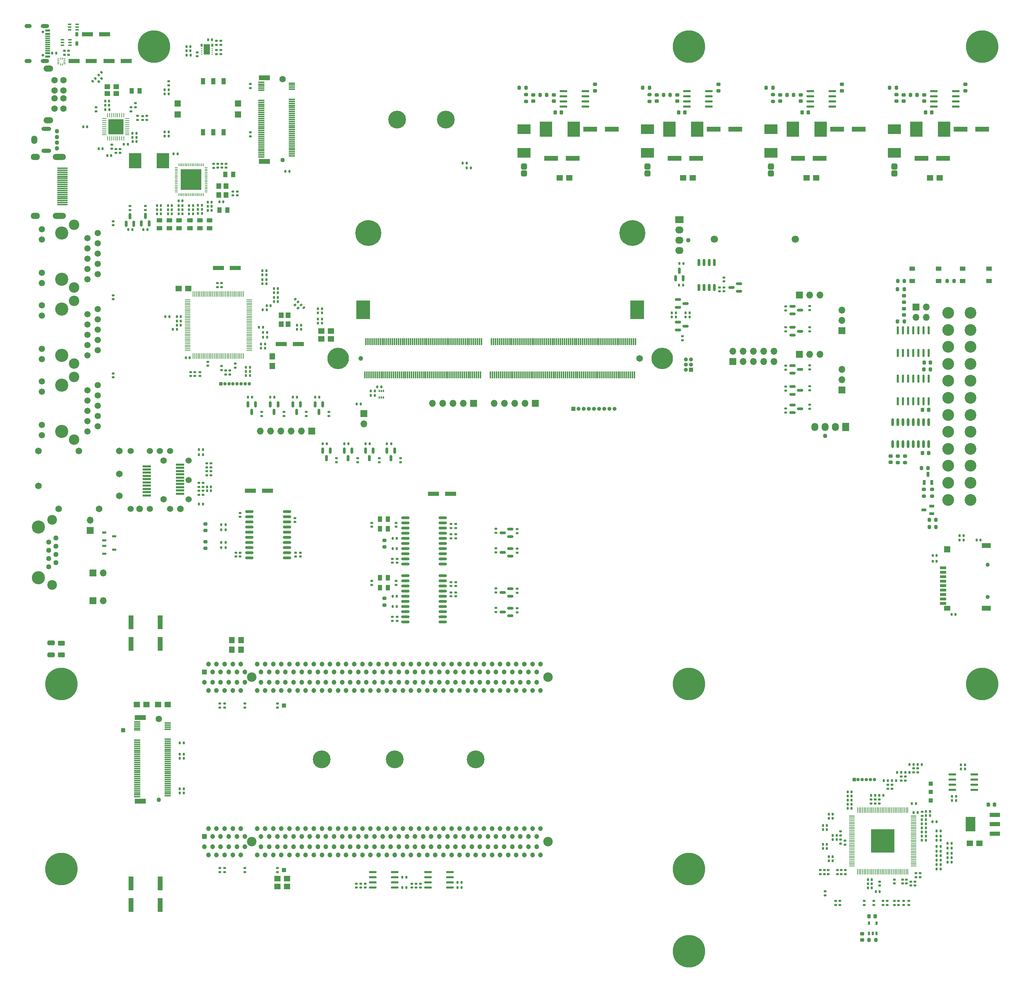
<source format=gts>
%TF.GenerationSoftware,KiCad,Pcbnew,7.0.8-7.0.8~ubuntu22.04.1*%
%TF.CreationDate,2023-11-07T10:09:24+02:00*%
%TF.ProjectId,Tangenta,54616e67-656e-4746-912e-6b696361645f,rev?*%
%TF.SameCoordinates,Original*%
%TF.FileFunction,Soldermask,Top*%
%TF.FilePolarity,Negative*%
%FSLAX46Y46*%
G04 Gerber Fmt 4.6, Leading zero omitted, Abs format (unit mm)*
G04 Created by KiCad (PCBNEW 7.0.8-7.0.8~ubuntu22.04.1) date 2023-11-07 10:09:24*
%MOMM*%
%LPD*%
G01*
G04 APERTURE LIST*
G04 Aperture macros list*
%AMRoundRect*
0 Rectangle with rounded corners*
0 $1 Rounding radius*
0 $2 $3 $4 $5 $6 $7 $8 $9 X,Y pos of 4 corners*
0 Add a 4 corners polygon primitive as box body*
4,1,4,$2,$3,$4,$5,$6,$7,$8,$9,$2,$3,0*
0 Add four circle primitives for the rounded corners*
1,1,$1+$1,$2,$3*
1,1,$1+$1,$4,$5*
1,1,$1+$1,$6,$7*
1,1,$1+$1,$8,$9*
0 Add four rect primitives between the rounded corners*
20,1,$1+$1,$2,$3,$4,$5,0*
20,1,$1+$1,$4,$5,$6,$7,0*
20,1,$1+$1,$6,$7,$8,$9,0*
20,1,$1+$1,$8,$9,$2,$3,0*%
G04 Aperture macros list end*
%ADD10RoundRect,0.135000X-0.135000X-0.185000X0.135000X-0.185000X0.135000X0.185000X-0.135000X0.185000X0*%
%ADD11RoundRect,0.140000X-0.140000X-0.170000X0.140000X-0.170000X0.140000X0.170000X-0.140000X0.170000X0*%
%ADD12RoundRect,0.140000X0.170000X-0.140000X0.170000X0.140000X-0.170000X0.140000X-0.170000X-0.140000X0*%
%ADD13RoundRect,0.225000X-0.225000X-0.250000X0.225000X-0.250000X0.225000X0.250000X-0.225000X0.250000X0*%
%ADD14RoundRect,0.135000X0.185000X-0.135000X0.185000X0.135000X-0.185000X0.135000X-0.185000X-0.135000X0*%
%ADD15RoundRect,0.140000X-0.170000X0.140000X-0.170000X-0.140000X0.170000X-0.140000X0.170000X0.140000X0*%
%ADD16R,1.700000X1.700000*%
%ADD17O,1.700000X1.700000*%
%ADD18RoundRect,0.135000X-0.185000X0.135000X-0.185000X-0.135000X0.185000X-0.135000X0.185000X0.135000X0*%
%ADD19RoundRect,0.225000X-0.250000X0.225000X-0.250000X-0.225000X0.250000X-0.225000X0.250000X0.225000X0*%
%ADD20RoundRect,0.225000X0.250000X-0.225000X0.250000X0.225000X-0.250000X0.225000X-0.250000X-0.225000X0*%
%ADD21R,0.916002X0.350013*%
%ADD22R,1.377013X1.132537*%
%ADD23RoundRect,0.140000X0.140000X0.170000X-0.140000X0.170000X-0.140000X-0.170000X0.140000X-0.170000X0*%
%ADD24RoundRect,0.200000X0.200000X0.275000X-0.200000X0.275000X-0.200000X-0.275000X0.200000X-0.275000X0*%
%ADD25R,1.132537X1.377013*%
%ADD26O,0.200000X1.500000*%
%ADD27O,1.500000X0.200000*%
%ADD28R,5.800000X5.800000*%
%ADD29R,2.800000X1.100000*%
%ADD30RoundRect,0.150000X-0.587500X-0.150000X0.587500X-0.150000X0.587500X0.150000X-0.587500X0.150000X0*%
%ADD31RoundRect,0.365853X-0.384147X0.384147X-0.384147X-0.384147X0.384147X-0.384147X0.384147X0.384147X0*%
%ADD32C,1.600000*%
%ADD33R,2.000000X0.500000*%
%ADD34R,1.500000X1.358903*%
%ADD35R,1.024994X0.280010*%
%ADD36R,0.280010X1.024994*%
%ADD37C,1.000000*%
%ADD38R,0.850000X0.850000*%
%ADD39R,3.700000X3.700000*%
%ADD40R,3.500000X1.200000*%
%ADD41C,1.100000*%
%ADD42R,1.550000X0.300000*%
%ADD43R,2.750000X1.200000*%
%ADD44RoundRect,0.135000X0.135000X0.185000X-0.135000X0.185000X-0.135000X-0.185000X0.135000X-0.185000X0*%
%ADD45R,1.600000X0.700000*%
%ADD46R,1.500000X1.200000*%
%ADD47R,2.200000X1.200000*%
%ADD48R,1.500000X1.600000*%
%ADD49R,1.200000X3.500000*%
%ADD50R,2.500000X1.100000*%
%ADD51R,2.340005X3.600000*%
%ADD52RoundRect,0.150000X0.875000X0.150000X-0.875000X0.150000X-0.875000X-0.150000X0.875000X-0.150000X0*%
%ADD53C,0.900000*%
%ADD54C,8.000000*%
%ADD55C,2.350000*%
%ADD56R,1.200000X1.200000*%
%ADD57C,1.200000*%
%ADD58C,3.249987*%
%ADD59C,1.549403*%
%ADD60C,2.580645*%
%ADD61RoundRect,0.200000X0.275000X-0.200000X0.275000X0.200000X-0.275000X0.200000X-0.275000X-0.200000X0*%
%ADD62RoundRect,0.150000X-0.150000X0.587500X-0.150000X-0.587500X0.150000X-0.587500X0.150000X0.587500X0*%
%ADD63R,1.400000X1.100000*%
%ADD64R,0.300000X0.500000*%
%ADD65RoundRect,0.225000X0.225000X0.250000X-0.225000X0.250000X-0.225000X-0.250000X0.225000X-0.250000X0*%
%ADD66R,0.700000X1.250013*%
%ADD67R,1.200000X1.400000*%
%ADD68R,1.000000X1.000000*%
%ADD69O,1.000000X1.000000*%
%ADD70R,3.200000X2.400000*%
%ADD71C,1.650000*%
%ADD72C,1.150000*%
%ADD73R,0.300000X1.750000*%
%ADD74R,3.500000X4.600000*%
%ADD75O,0.200000X0.700000*%
%ADD76O,0.700000X0.200000*%
%ADD77R,5.200000X5.200000*%
%ADD78R,1.358903X1.500000*%
%ADD79R,3.029997X3.820015*%
%ADD80O,2.400000X1.100000*%
%ADD81O,1.500000X2.100000*%
%ADD82RoundRect,0.200000X-0.200000X-0.275000X0.200000X-0.275000X0.200000X0.275000X-0.200000X0.275000X0*%
%ADD83RoundRect,0.140000X-0.219203X-0.021213X-0.021213X-0.219203X0.219203X0.021213X0.021213X0.219203X0*%
%ADD84RoundRect,0.150000X0.587500X0.150000X-0.587500X0.150000X-0.587500X-0.150000X0.587500X-0.150000X0*%
%ADD85O,0.602007X1.970993*%
%ADD86RoundRect,0.200000X-0.275000X0.200000X-0.275000X-0.200000X0.275000X-0.200000X0.275000X0.200000X0*%
%ADD87O,0.700000X1.800000*%
%ADD88C,2.900000*%
%ADD89RoundRect,0.140000X0.021213X-0.219203X0.219203X-0.021213X-0.021213X0.219203X-0.219203X0.021213X0*%
%ADD90R,1.070003X0.600000*%
%ADD91RoundRect,0.135000X-0.226274X-0.035355X-0.035355X-0.226274X0.226274X0.035355X0.035355X0.226274X0*%
%ADD92R,1.000000X1.500000*%
%ADD93R,1.600000X1.500000*%
%ADD94RoundRect,0.140000X-0.021213X0.219203X-0.219203X0.021213X0.021213X-0.219203X0.219203X-0.021213X0*%
%ADD95RoundRect,0.250000X-0.625000X0.312500X-0.625000X-0.312500X0.625000X-0.312500X0.625000X0.312500X0*%
%ADD96RoundRect,0.140000X0.219203X0.021213X0.021213X0.219203X-0.219203X-0.021213X-0.021213X-0.219203X0*%
%ADD97C,5.300000*%
%ADD98O,0.850000X0.850000*%
%ADD99O,1.950216X0.568402*%
%ADD100R,0.500000X0.900000*%
%ADD101C,6.400000*%
%ADD102R,1.400000X1.200000*%
%ADD103R,0.200000X0.505004*%
%ADD104R,0.505004X0.200000*%
%ADD105RoundRect,0.150000X0.150000X-0.587500X0.150000X0.587500X-0.150000X0.587500X-0.150000X-0.587500X0*%
%ADD106R,0.750013X1.000000*%
%ADD107C,4.400000*%
%ADD108O,2.400000X1.500000*%
%ADD109C,0.649987*%
%ADD110O,2.100000X1.000000*%
%ADD111O,1.800000X1.000000*%
%ADD112R,1.150013X0.600000*%
%ADD113R,1.150013X0.300000*%
%ADD114R,1.730000X2.030000*%
%ADD115O,1.730000X2.030000*%
%ADD116RoundRect,0.250000X0.650000X-0.325000X0.650000X0.325000X-0.650000X0.325000X-0.650000X-0.325000X0*%
%ADD117C,1.295403*%
%ADD118C,2.400000*%
%ADD119C,1.650013*%
%ADD120C,1.524003*%
%ADD121R,1.250013X0.700000*%
%ADD122R,2.600000X0.300000*%
%ADD123O,3.300000X1.500000*%
%ADD124O,2.300000X1.500000*%
%ADD125C,1.800000*%
%ADD126O,0.573990X2.037998*%
%ADD127R,1.459995X0.200000*%
%ADD128R,0.200000X1.459995*%
%ADD129R,2.030000X1.730000*%
%ADD130O,2.030000X1.730000*%
%ADD131RoundRect,0.135000X0.035355X-0.226274X0.226274X-0.035355X-0.035355X0.226274X-0.226274X0.035355X0*%
%ADD132R,0.500000X0.750013*%
%ADD133R,0.450013X0.250013*%
%ADD134R,1.500000X2.500000*%
G04 APERTURE END LIST*
D10*
X94204600Y-102920800D03*
X95224600Y-102920800D03*
D11*
X233454000Y-226009200D03*
X234414000Y-226009200D03*
D12*
X128324400Y-161056200D03*
X128324400Y-160096200D03*
D13*
X274283435Y-220853000D03*
X275833435Y-220853000D03*
D11*
X70944800Y-44246800D03*
X71904800Y-44246800D03*
D14*
X152677100Y-153661800D03*
X152677100Y-152641800D03*
D10*
X76327000Y-35687000D03*
X77347000Y-35687000D03*
D15*
X118287800Y-240390800D03*
X118287800Y-241350800D03*
D11*
X234927200Y-234696000D03*
X235887200Y-234696000D03*
D12*
X58191400Y-77670600D03*
X58191400Y-76710600D03*
D16*
X52552600Y-153116200D03*
D17*
X52552600Y-150576200D03*
D18*
X157960300Y-152718000D03*
X157960300Y-153738000D03*
D19*
X268599000Y-42887600D03*
X268599000Y-44437600D03*
D14*
X243611400Y-245670800D03*
X243611400Y-244650800D03*
D10*
X129604224Y-241350801D03*
X130624224Y-241350801D03*
D20*
X253486000Y-96662000D03*
X253486000Y-95112000D03*
D21*
X45700948Y-31862013D03*
X45700948Y-32512000D03*
X45700948Y-33161987D03*
X47517052Y-33161987D03*
X47517052Y-32512000D03*
X47517052Y-31862013D03*
D22*
X79629000Y-78410818D03*
X79629000Y-76478382D03*
D14*
X84836000Y-35433000D03*
X84836000Y-34413000D03*
D21*
X47478948Y-28052013D03*
X47478948Y-28702000D03*
X47478948Y-29351987D03*
X49295052Y-29351987D03*
X49295052Y-28702000D03*
X49295052Y-28052013D03*
D23*
X82550000Y-73025000D03*
X81590000Y-73025000D03*
D12*
X208991200Y-94002800D03*
X208991200Y-93042800D03*
D24*
X165284000Y-45466000D03*
X163634000Y-45466000D03*
D11*
X73939400Y-100253800D03*
X74899400Y-100253800D03*
D15*
X142797000Y-165864600D03*
X142797000Y-166824600D03*
D25*
X86437218Y-73886000D03*
X84504782Y-73886000D03*
D12*
X103249200Y-159560200D03*
X103249200Y-158600200D03*
D26*
X242022953Y-237386597D03*
X242423003Y-237386597D03*
X242823054Y-237386597D03*
X243223105Y-237386597D03*
X243623156Y-237386597D03*
X244023207Y-237386597D03*
X244423257Y-237386597D03*
X244823054Y-237386597D03*
X245223359Y-237386597D03*
X245623156Y-237386597D03*
X246023461Y-237386597D03*
X246423003Y-237386597D03*
X246823562Y-237386597D03*
X247223105Y-237386597D03*
X247623156Y-237386597D03*
X248023207Y-237386597D03*
X248423003Y-237386597D03*
X248823054Y-237386597D03*
X249223105Y-237386597D03*
X249622648Y-237386597D03*
X250023207Y-237386597D03*
X250422749Y-237386597D03*
X250823054Y-237386597D03*
X251222851Y-237386597D03*
X251623156Y-237386597D03*
X252022953Y-237386597D03*
X252423003Y-237386597D03*
X252823054Y-237386597D03*
X253223105Y-237386597D03*
X253623156Y-237386597D03*
X254023207Y-237386597D03*
X254423257Y-237386597D03*
D27*
X255822800Y-235987054D03*
X255822800Y-235587004D03*
X255822800Y-235186953D03*
X255822800Y-234786902D03*
X255822800Y-234386851D03*
X255822800Y-233986800D03*
X255822800Y-233586750D03*
X255822800Y-233186953D03*
X255822800Y-232786648D03*
X255822800Y-232386851D03*
X255822800Y-231986546D03*
X255822800Y-231587004D03*
X255822800Y-231186445D03*
X255822800Y-230786902D03*
X255822800Y-230386851D03*
X255822800Y-229986800D03*
X255822800Y-229587004D03*
X255822800Y-229186953D03*
X255822800Y-228786902D03*
X255822800Y-228387359D03*
X255822800Y-227986800D03*
X255822800Y-227587258D03*
X255822800Y-227186953D03*
X255822800Y-226787156D03*
X255822800Y-226386851D03*
X255822800Y-225987054D03*
X255822800Y-225587004D03*
X255822800Y-225186953D03*
X255822800Y-224786902D03*
X255822800Y-224386851D03*
X255822800Y-223986800D03*
X255822800Y-223586750D03*
D26*
X254423257Y-222187207D03*
X254023207Y-222187207D03*
X253623156Y-222187207D03*
X253223105Y-222187207D03*
X252823054Y-222187207D03*
X252423003Y-222187207D03*
X252022953Y-222187207D03*
X251623156Y-222187207D03*
X251222851Y-222187207D03*
X250823054Y-222187207D03*
X250422749Y-222187207D03*
X250023207Y-222187207D03*
X249622648Y-222187207D03*
X249223105Y-222187207D03*
X248823054Y-222187207D03*
X248423003Y-222187207D03*
X248023207Y-222187207D03*
X247623156Y-222187207D03*
X247223105Y-222187207D03*
X246823562Y-222187207D03*
X246423003Y-222187207D03*
X246023461Y-222187207D03*
X245623156Y-222187207D03*
X245223359Y-222187207D03*
X244823054Y-222187207D03*
X244423257Y-222187207D03*
X244023207Y-222187207D03*
X243623156Y-222187207D03*
X243223105Y-222187207D03*
X242823054Y-222187207D03*
X242423003Y-222187207D03*
X242022953Y-222187207D03*
D27*
X240623410Y-223586750D03*
X240623410Y-223986800D03*
X240623410Y-224386851D03*
X240623410Y-224786902D03*
X240623410Y-225186953D03*
X240623410Y-225587004D03*
X240623410Y-225987054D03*
X240623410Y-226386851D03*
X240623410Y-226787156D03*
X240623410Y-227186953D03*
X240623410Y-227587258D03*
X240623410Y-227986800D03*
X240623410Y-228387359D03*
X240623410Y-228786902D03*
X240623410Y-229186953D03*
X240623410Y-229587004D03*
X240623410Y-229986800D03*
X240623410Y-230386851D03*
X240623410Y-230786902D03*
X240623410Y-231186445D03*
X240623410Y-231587004D03*
X240623410Y-231986546D03*
X240623410Y-232386851D03*
X240623410Y-232786648D03*
X240623410Y-233186953D03*
X240623410Y-233586750D03*
X240623410Y-233986800D03*
X240623410Y-234386851D03*
X240623410Y-234786902D03*
X240623410Y-235186953D03*
X240623410Y-235587004D03*
X240623410Y-235987054D03*
D28*
X248223105Y-229786902D03*
D10*
X108760800Y-99339400D03*
X109780800Y-99339400D03*
D18*
X64262000Y-50673000D03*
X64262000Y-51693000D03*
D29*
X88383876Y-88214200D03*
X84183724Y-88214200D03*
D30*
X197662800Y-101636000D03*
X197662800Y-103536000D03*
X199537800Y-102586000D03*
D20*
X197479000Y-47003000D03*
X197479000Y-45453000D03*
D31*
X190113000Y-63200000D03*
X190113000Y-64830000D03*
D32*
X70637527Y-135814298D03*
X70637527Y-145414248D03*
D33*
X66537451Y-137214349D03*
X66537451Y-138014451D03*
X66537451Y-138814298D03*
X66537451Y-139614400D03*
X66537451Y-140414248D03*
X66537451Y-141214349D03*
X66537451Y-142014451D03*
X66537451Y-142814298D03*
X66537451Y-143614400D03*
X66537451Y-144414502D03*
X74737349Y-144014451D03*
X74737349Y-143214349D03*
X74737349Y-142414502D03*
X74737349Y-141614400D03*
X74737349Y-140814298D03*
X74737349Y-140014451D03*
X74737349Y-139214349D03*
X74737349Y-138414248D03*
X74737349Y-137614400D03*
X74737349Y-136814298D03*
D34*
X111994698Y-103784400D03*
X109594902Y-103784400D03*
D14*
X62349000Y-73916000D03*
X62349000Y-72896000D03*
D35*
X56001000Y-51333873D03*
X56001000Y-51834000D03*
X56001000Y-52333873D03*
X56001000Y-52834000D03*
X56001000Y-53333873D03*
X56001000Y-53834000D03*
X56001000Y-54333873D03*
X56001000Y-54834000D03*
X56001000Y-55333873D03*
D36*
X56863586Y-56196459D03*
X57363459Y-56196459D03*
X57863586Y-56196459D03*
X58363459Y-56196459D03*
X58863586Y-56196459D03*
X59363459Y-56196459D03*
X59863586Y-56196459D03*
X60363459Y-56196459D03*
X60863586Y-56196459D03*
D35*
X61726172Y-55333873D03*
X61726172Y-54834000D03*
X61726172Y-54333873D03*
X61726172Y-53834000D03*
X61726172Y-53333873D03*
X61726172Y-52834000D03*
X61726172Y-52333873D03*
X61726172Y-51834000D03*
X61726172Y-51333873D03*
D36*
X60863586Y-50471287D03*
X60363459Y-50471287D03*
X59863586Y-50471287D03*
X59363459Y-50471287D03*
X58863586Y-50471287D03*
X58363459Y-50471287D03*
X57863586Y-50471287D03*
X57363459Y-50471287D03*
X56863586Y-50471287D03*
D37*
X59863586Y-52333873D03*
D38*
X58863586Y-52333873D03*
D37*
X57863586Y-52333873D03*
D38*
X59863586Y-53333873D03*
X58863586Y-53333873D03*
D39*
X58863586Y-53333873D03*
D38*
X57863586Y-53333873D03*
D37*
X59863586Y-54333873D03*
D38*
X58863586Y-54333873D03*
D37*
X57863586Y-54333873D03*
D40*
X242313053Y-53949600D03*
X236972947Y-53949600D03*
D10*
X108762800Y-101828600D03*
X109782800Y-101828600D03*
X129604224Y-238785401D03*
X130624224Y-238785401D03*
D30*
X197662800Y-96048000D03*
X197662800Y-97948000D03*
X199537800Y-96998000D03*
D41*
X69453000Y-219653600D03*
D32*
X69453000Y-199653600D03*
D42*
X64179000Y-218903600D03*
X71729000Y-218653600D03*
X64179000Y-218403600D03*
X71729000Y-218153600D03*
X64179000Y-217903600D03*
X71729000Y-217653600D03*
X64179000Y-217403600D03*
X71729000Y-217153600D03*
X64179000Y-216903600D03*
X71729000Y-216653600D03*
X64179000Y-216403600D03*
X71729000Y-216153600D03*
X64179000Y-215903600D03*
X71729000Y-215653600D03*
X64179000Y-215403600D03*
X71729000Y-215153600D03*
X64179000Y-214903600D03*
X71729000Y-214653600D03*
X64179000Y-214403600D03*
X71729000Y-214153600D03*
X64179000Y-213903600D03*
X71729000Y-213653600D03*
X64179000Y-213403600D03*
X71729000Y-213153600D03*
X64179000Y-212903600D03*
X71729000Y-212653600D03*
X64179000Y-212403600D03*
X71729000Y-212153600D03*
X64179000Y-211903600D03*
X71729000Y-211653600D03*
X64179000Y-211403600D03*
X71729000Y-211153600D03*
X64179000Y-210903600D03*
X71729000Y-210653600D03*
X64179000Y-210403600D03*
X71729000Y-210153600D03*
X64179000Y-209903600D03*
X71729000Y-209653600D03*
X64179000Y-209403600D03*
X71729000Y-209153600D03*
X64179000Y-208903600D03*
X71729000Y-208653600D03*
X64179000Y-208403600D03*
X71729000Y-208153600D03*
X64179000Y-207903600D03*
X71729000Y-207653600D03*
X64179000Y-207403600D03*
X71729000Y-207153600D03*
X64179000Y-206903600D03*
X71729000Y-206653600D03*
X64179000Y-206403600D03*
X71729000Y-206153600D03*
X64179000Y-205903600D03*
X71729000Y-205653600D03*
X64179000Y-205403600D03*
X71729000Y-205153600D03*
X64179000Y-204903600D03*
X71729000Y-204653600D03*
X64179000Y-202403600D03*
X71729000Y-202153600D03*
X64179000Y-201903600D03*
X71729000Y-201653600D03*
X64179000Y-201403600D03*
X71729000Y-201153600D03*
X64179000Y-200903600D03*
X71729000Y-200653600D03*
X64179000Y-200403600D03*
D43*
X64953000Y-220003600D03*
X64953000Y-199303600D03*
D44*
X122834400Y-118668800D03*
X121814400Y-118668800D03*
D12*
X78994000Y-35941000D03*
X78994000Y-34981000D03*
D15*
X142802400Y-151513600D03*
X142802400Y-152473600D03*
D11*
X265229400Y-173812200D03*
X266189400Y-173812200D03*
D12*
X122096000Y-166522400D03*
X122096000Y-165562400D03*
D15*
X134102024Y-240383241D03*
X134102024Y-241343241D03*
D44*
X262511000Y-229666800D03*
X261491000Y-229666800D03*
D12*
X237007400Y-237970000D03*
X237007400Y-237010000D03*
D37*
X274143910Y-169541962D03*
X274143910Y-161541962D03*
D45*
X263143910Y-162342064D03*
X263143910Y-163441886D03*
X263143910Y-164541962D03*
X263143910Y-165642038D03*
X263143910Y-166742114D03*
X263143910Y-167841936D03*
X263143910Y-168942013D03*
X263143910Y-170042089D03*
X263143910Y-171141911D03*
D46*
X264143910Y-172342064D03*
D47*
X273744114Y-172342064D03*
D48*
X264143910Y-157742114D03*
D47*
X273744114Y-156841936D03*
D44*
X80418400Y-133096000D03*
X79398400Y-133096000D03*
D14*
X237642400Y-245670800D03*
X237642400Y-244650800D03*
D25*
X126038400Y-152704800D03*
X124105964Y-152704800D03*
D14*
X252069600Y-245668800D03*
X252069600Y-244648800D03*
D49*
X69844000Y-240282947D03*
X69844000Y-245623053D03*
D44*
X262511000Y-228574600D03*
X261491000Y-228574600D03*
D25*
X126034018Y-164797800D03*
X124101582Y-164797800D03*
D50*
X275867564Y-227978975D03*
X275867564Y-225679000D03*
X275867564Y-223379025D03*
D51*
X269927635Y-225679000D03*
D10*
X74668000Y-205615000D03*
X75688000Y-205615000D03*
D16*
X147218400Y-121666000D03*
D17*
X144678400Y-121666000D03*
X142138400Y-121666000D03*
X139598400Y-121666000D03*
X137058400Y-121666000D03*
D52*
X139627400Y-161366200D03*
X139627400Y-160096200D03*
X139627400Y-158826200D03*
X139627400Y-157556200D03*
X139627400Y-156286200D03*
X139627400Y-155016200D03*
X139627400Y-153746200D03*
X139627400Y-152476200D03*
X139627400Y-151206200D03*
X139627400Y-149936200D03*
X130327400Y-149936200D03*
X130327400Y-151206200D03*
X130327400Y-152476200D03*
X130327400Y-153746200D03*
X130327400Y-155016200D03*
X130327400Y-156286200D03*
X130327400Y-157556200D03*
X130327400Y-158826200D03*
X130327400Y-160096200D03*
X130327400Y-161366200D03*
D18*
X250514200Y-215898000D03*
X250514200Y-216918000D03*
D53*
X197400000Y-257050000D03*
X198278680Y-254928680D03*
X198278680Y-259171320D03*
X200400000Y-254050000D03*
D54*
X200400000Y-257050000D03*
D53*
X200400000Y-260050000D03*
X202521320Y-254928680D03*
X202521320Y-259171320D03*
X203400000Y-257050000D03*
D15*
X103124000Y-150015000D03*
X103124000Y-150975000D03*
D18*
X81356200Y-136521000D03*
X81356200Y-137541000D03*
D12*
X81584800Y-112367000D03*
X81584800Y-111407000D03*
D55*
X92400000Y-189344000D03*
X165550000Y-189344000D03*
D56*
X80750000Y-188094000D03*
D57*
X81750000Y-186094000D03*
X82750000Y-188094000D03*
X83750000Y-186094000D03*
X84750000Y-188094000D03*
X85750000Y-186094000D03*
X86750000Y-188094000D03*
X87750000Y-186094000D03*
X88750000Y-188094000D03*
X89750000Y-186094000D03*
X90750000Y-188094000D03*
X93750000Y-186094000D03*
X94750000Y-188094000D03*
X95750000Y-186094000D03*
X96750000Y-188094000D03*
X97750000Y-186094000D03*
X98750000Y-188094000D03*
X99750000Y-186094000D03*
X100750000Y-188094000D03*
X101750000Y-186094000D03*
X102750000Y-188094000D03*
X103750000Y-186094000D03*
X104750000Y-188094000D03*
X105750000Y-186094000D03*
X106750000Y-188094000D03*
X107750000Y-186094000D03*
X108750000Y-188094000D03*
X109750000Y-186094000D03*
X110750000Y-188094000D03*
X111750000Y-186094000D03*
X112750000Y-188094000D03*
X113750000Y-186094000D03*
X114750000Y-188094000D03*
X115750000Y-186094000D03*
X116750000Y-188094000D03*
X117750000Y-186094000D03*
X118750000Y-188094000D03*
X119750000Y-186094000D03*
X120750000Y-188094000D03*
X121750000Y-186094000D03*
X122750000Y-188094000D03*
X123750000Y-186094000D03*
X124750000Y-188094000D03*
X125750000Y-186094000D03*
X126750000Y-188094000D03*
X127750000Y-186094000D03*
X128750000Y-188094000D03*
X129750000Y-186094000D03*
X130750000Y-188094000D03*
X131750000Y-186094000D03*
X132750000Y-188094000D03*
X133750000Y-186094000D03*
X134750000Y-188094000D03*
X135750000Y-186094000D03*
X136750000Y-188094000D03*
X137750000Y-186094000D03*
X138750000Y-188094000D03*
X139750000Y-186094000D03*
X140750000Y-188094000D03*
X141750000Y-186094000D03*
X142750000Y-188094000D03*
X143750000Y-186094000D03*
X144750000Y-188094000D03*
X145750000Y-186094000D03*
X146750000Y-188094000D03*
X147750000Y-186094000D03*
X148750000Y-188094000D03*
X149750000Y-186094000D03*
X150750000Y-188094000D03*
X151750000Y-186094000D03*
X152750000Y-188094000D03*
X153750000Y-186094000D03*
X154750000Y-188094000D03*
X155750000Y-186094000D03*
X156750000Y-188094000D03*
X157750000Y-186094000D03*
X158750000Y-188094000D03*
X159750000Y-186094000D03*
X160750000Y-188094000D03*
X161750000Y-186094000D03*
X162750000Y-188094000D03*
X163750000Y-186094000D03*
X80750000Y-190594000D03*
X81750000Y-192594000D03*
X82750000Y-190594000D03*
X83750000Y-192594000D03*
X84750000Y-190594000D03*
X85750000Y-192594000D03*
X86750000Y-190594000D03*
X87750000Y-192594000D03*
X88750000Y-190594000D03*
X89750000Y-192594000D03*
X90750000Y-190594000D03*
X93750000Y-192594000D03*
X94750000Y-190594000D03*
X95750000Y-192594000D03*
X96750000Y-190594000D03*
X97750000Y-192594000D03*
X98750000Y-190594000D03*
X99750000Y-192594000D03*
X100750000Y-190594000D03*
X101750000Y-192594000D03*
X102750000Y-190594000D03*
X103750000Y-192594000D03*
X104750000Y-190594000D03*
X105750000Y-192594000D03*
X106750000Y-190594000D03*
X107750000Y-192594000D03*
X108750000Y-190594000D03*
X109750000Y-192594000D03*
X110750000Y-190594000D03*
X111750000Y-192594000D03*
X112750000Y-190594000D03*
X113750000Y-192594000D03*
X114750000Y-190594000D03*
X115750000Y-192594000D03*
X116750000Y-190594000D03*
X117750000Y-192594000D03*
X118750000Y-190594000D03*
X119750000Y-192594000D03*
X120750000Y-190594000D03*
X121750000Y-192594000D03*
X122750000Y-190594000D03*
X123750000Y-192594000D03*
X124750000Y-190594000D03*
X125750000Y-192594000D03*
X126750000Y-190594000D03*
X127750000Y-192594000D03*
X128750000Y-190594000D03*
X129750000Y-192594000D03*
X130750000Y-190594000D03*
X131750000Y-192594000D03*
X132750000Y-190594000D03*
X133750000Y-192594000D03*
X134750000Y-190594000D03*
X135750000Y-192594000D03*
X136750000Y-190594000D03*
X137750000Y-192594000D03*
X138750000Y-190594000D03*
X139750000Y-192594000D03*
X140750000Y-190594000D03*
X141750000Y-192594000D03*
X142750000Y-190594000D03*
X143750000Y-192594000D03*
X144750000Y-190594000D03*
X145750000Y-192594000D03*
X146750000Y-190594000D03*
X147750000Y-192594000D03*
X148750000Y-190594000D03*
X149750000Y-192594000D03*
X150750000Y-190594000D03*
X151750000Y-192594000D03*
X152750000Y-190594000D03*
X153750000Y-192594000D03*
X154750000Y-190594000D03*
X155750000Y-192594000D03*
X156750000Y-190594000D03*
X157750000Y-192594000D03*
X158750000Y-190594000D03*
X159750000Y-192594000D03*
X160750000Y-190594000D03*
X161750000Y-192594000D03*
X162750000Y-190594000D03*
X163750000Y-192594000D03*
D14*
X251053600Y-245670800D03*
X251053600Y-244650800D03*
D41*
X100066000Y-61562000D03*
D32*
X100066000Y-41562000D03*
D42*
X94792000Y-60812000D03*
X102342000Y-60562000D03*
X94792000Y-60312000D03*
X102342000Y-60062000D03*
X94792000Y-59812000D03*
X102342000Y-59562000D03*
X94792000Y-59312000D03*
X102342000Y-59062000D03*
X94792000Y-58812000D03*
X102342000Y-58562000D03*
X94792000Y-58312000D03*
X102342000Y-58062000D03*
X94792000Y-57812000D03*
X102342000Y-57562000D03*
X94792000Y-57312000D03*
X102342000Y-57062000D03*
X94792000Y-56812000D03*
X102342000Y-56562000D03*
X94792000Y-56312000D03*
X102342000Y-56062000D03*
X94792000Y-55812000D03*
X102342000Y-55562000D03*
X94792000Y-55312000D03*
X102342000Y-55062000D03*
X94792000Y-54812000D03*
X102342000Y-54562000D03*
X94792000Y-54312000D03*
X102342000Y-54062000D03*
X94792000Y-53812000D03*
X102342000Y-53562000D03*
X94792000Y-53312000D03*
X102342000Y-53062000D03*
X94792000Y-52812000D03*
X102342000Y-52562000D03*
X94792000Y-52312000D03*
X102342000Y-52062000D03*
X94792000Y-51812000D03*
X102342000Y-51562000D03*
X94792000Y-51312000D03*
X102342000Y-51062000D03*
X94792000Y-50812000D03*
X102342000Y-50562000D03*
X94792000Y-50312000D03*
X102342000Y-50062000D03*
X94792000Y-49812000D03*
X102342000Y-49562000D03*
X94792000Y-49312000D03*
X102342000Y-49062000D03*
X94792000Y-48812000D03*
X102342000Y-48562000D03*
X94792000Y-48312000D03*
X102342000Y-48062000D03*
X94792000Y-47812000D03*
X102342000Y-47562000D03*
X94792000Y-47312000D03*
X102342000Y-47062000D03*
X94792000Y-46812000D03*
X102342000Y-46562000D03*
X94792000Y-44312000D03*
X102342000Y-44062000D03*
X94792000Y-43812000D03*
X102342000Y-43562000D03*
X94792000Y-43312000D03*
X102342000Y-43062000D03*
X94792000Y-42812000D03*
X102342000Y-42562000D03*
X94792000Y-42312000D03*
D43*
X95566000Y-61912000D03*
X95566000Y-41212000D03*
D58*
X45533924Y-98405899D03*
X45533924Y-109835921D03*
D59*
X54423942Y-98401073D03*
X51883937Y-99671075D03*
X54423942Y-100941078D03*
X51883937Y-102211080D03*
X54423942Y-103481083D03*
X51883937Y-104751085D03*
X54423942Y-106021088D03*
X51883937Y-107291090D03*
X54423942Y-108561093D03*
X51883937Y-109831095D03*
X40634000Y-97496069D03*
X40634000Y-100036074D03*
X40634000Y-108206000D03*
X40634000Y-110746005D03*
D60*
X48583962Y-96375927D03*
X48583962Y-111865893D03*
D10*
X120546400Y-131673600D03*
X121566400Y-131673600D03*
D11*
X97919600Y-96520000D03*
X98879600Y-96520000D03*
D61*
X260423000Y-144593038D03*
X260423000Y-142943038D03*
D62*
X109992200Y-121896900D03*
X108092200Y-121896900D03*
X109042200Y-123771900D03*
D22*
X74506000Y-78421218D03*
X74506000Y-76488782D03*
D10*
X115263200Y-131673600D03*
X116283200Y-131673600D03*
D11*
X239550000Y-219710000D03*
X240510000Y-219710000D03*
D24*
X261360000Y-150497000D03*
X259710000Y-150497000D03*
D34*
X69279102Y-196090000D03*
X71678898Y-196090000D03*
D63*
X255498600Y-88440000D03*
X261998472Y-88440000D03*
X255498600Y-91440000D03*
X261998472Y-91440000D03*
D64*
X124909200Y-118630825D03*
X124409200Y-118630825D03*
X123909200Y-118630825D03*
X123909200Y-120230775D03*
X124409200Y-120230775D03*
X124909200Y-120230775D03*
D61*
X258391000Y-144593038D03*
X258391000Y-142943038D03*
D11*
X233454000Y-231698800D03*
X234414000Y-231698800D03*
D23*
X70033000Y-74837782D03*
X69073000Y-74837782D03*
X258848800Y-225602800D03*
X257888800Y-225602800D03*
D18*
X118618000Y-135255000D03*
X118618000Y-136275000D03*
D23*
X268170600Y-154330400D03*
X267210600Y-154330400D03*
D44*
X101723000Y-64391000D03*
X100703000Y-64391000D03*
X92000800Y-114858800D03*
X90980800Y-114858800D03*
D11*
X244551200Y-241376200D03*
X245511200Y-241376200D03*
X235886400Y-229491000D03*
X236846400Y-229491000D03*
X74407000Y-71613000D03*
X75367000Y-71613000D03*
D14*
X230149400Y-98655600D03*
X230149400Y-97635600D03*
D10*
X60831000Y-57658000D03*
X61851000Y-57658000D03*
D11*
X50828000Y-53340000D03*
X51788000Y-53340000D03*
X70944800Y-45262800D03*
X71904800Y-45262800D03*
D14*
X224231200Y-103915400D03*
X224231200Y-102895400D03*
D11*
X239550000Y-217703400D03*
X240510000Y-217703400D03*
D14*
X152681700Y-173230000D03*
X152681700Y-172210000D03*
D10*
X127252000Y-169367200D03*
X128272000Y-169367200D03*
D11*
X76975000Y-72805782D03*
X77935000Y-72805782D03*
D65*
X199397000Y-49758600D03*
X197847000Y-49758600D03*
D44*
X75688000Y-217934000D03*
X74668000Y-217934000D03*
D19*
X238119000Y-42887600D03*
X238119000Y-44437600D03*
D18*
X238861600Y-229739000D03*
X238861600Y-230759000D03*
X246323200Y-219555600D03*
X246323200Y-220575600D03*
D14*
X152679400Y-168393800D03*
X152679400Y-167373800D03*
D15*
X142797000Y-168404600D03*
X142797000Y-169364600D03*
D44*
X66669000Y-78742000D03*
X65649000Y-78742000D03*
D66*
X258457038Y-141212038D03*
X260356962Y-141212038D03*
X259407000Y-139212038D03*
D34*
X98755200Y-241048000D03*
X101154996Y-241048000D03*
D44*
X248357200Y-218543600D03*
X247337200Y-218543600D03*
D23*
X85443000Y-71854000D03*
X84483000Y-71854000D03*
D10*
X109954600Y-131673600D03*
X110974600Y-131673600D03*
D14*
X198748400Y-106095200D03*
X198748400Y-105075200D03*
D16*
X120142000Y-124226400D03*
D17*
X120142000Y-126766400D03*
D14*
X81356200Y-139498800D03*
X81356200Y-138478800D03*
D18*
X157964900Y-172288200D03*
X157964900Y-173308200D03*
D12*
X58928000Y-59789000D03*
X58928000Y-58829000D03*
D11*
X260555800Y-160705800D03*
X261515800Y-160705800D03*
D44*
X198960200Y-92458300D03*
X197940200Y-92458300D03*
D10*
X198016400Y-87124300D03*
X199036400Y-87124300D03*
D34*
X66471898Y-196090000D03*
X64072102Y-196090000D03*
D10*
X103579200Y-103428800D03*
X104599200Y-103428800D03*
D12*
X78359000Y-114904400D03*
X78359000Y-113944400D03*
D61*
X125196600Y-171513000D03*
X125196600Y-169863000D03*
D14*
X80416400Y-142320200D03*
X80416400Y-141300200D03*
D18*
X83058000Y-62482000D03*
X83058000Y-63502000D03*
X90754200Y-236474000D03*
X90754200Y-237494000D03*
D67*
X99683187Y-99890324D03*
X99683187Y-102090476D03*
X101383213Y-102090476D03*
X101383213Y-99890324D03*
D68*
X200853200Y-113390600D03*
D69*
X199583200Y-113390600D03*
X200853200Y-112120600D03*
X199583200Y-112120600D03*
X200853200Y-110850600D03*
X199583200Y-110850600D03*
D20*
X227959000Y-47003000D03*
X227959000Y-45453000D03*
D70*
X251073000Y-53949594D03*
X251073000Y-59791606D03*
D12*
X59944000Y-59789000D03*
X59944000Y-58829000D03*
D15*
X141659400Y-154053600D03*
X141659400Y-155013600D03*
X120462224Y-240390801D03*
X120462224Y-241350801D03*
D10*
X118311200Y-121818400D03*
X119331200Y-121818400D03*
D11*
X79177000Y-74753218D03*
X80137000Y-74753218D03*
D44*
X80418400Y-146583400D03*
X79398400Y-146583400D03*
D15*
X47244000Y-34572000D03*
X47244000Y-35532000D03*
D71*
X188173000Y-110554000D03*
D72*
X119373000Y-110554000D03*
D73*
X187148000Y-106454000D03*
X186898000Y-114654000D03*
X186648000Y-106454000D03*
X186398000Y-114654000D03*
X186148000Y-106454000D03*
X185898000Y-114654000D03*
X185648000Y-106454000D03*
X185398000Y-114654000D03*
X185148000Y-106454000D03*
X184898000Y-114654000D03*
X184648000Y-106454000D03*
X184398000Y-114654000D03*
X184148000Y-106454000D03*
X183898000Y-114654000D03*
X183648000Y-106454000D03*
X183398000Y-114654000D03*
X183148000Y-106454000D03*
X182898000Y-114654000D03*
X182648000Y-106454000D03*
X182398000Y-114654000D03*
X182148000Y-106454000D03*
X181898000Y-114654000D03*
X181648000Y-106454000D03*
X181398000Y-114654000D03*
X181148000Y-106454000D03*
X180898000Y-114654000D03*
X180648000Y-106454000D03*
X180398000Y-114654000D03*
X180148000Y-106454000D03*
X179898000Y-114654000D03*
X179648000Y-106454000D03*
X179398000Y-114654000D03*
X179148000Y-106454000D03*
X178898000Y-114654000D03*
X178648000Y-106454000D03*
X178398000Y-114654000D03*
X178148000Y-106454000D03*
X177898000Y-114654000D03*
X177648000Y-106454000D03*
X177398000Y-114654000D03*
X177148000Y-106454000D03*
X176898000Y-114654000D03*
X176648000Y-106454000D03*
X176398000Y-114654000D03*
X176148000Y-106454000D03*
X175898000Y-114654000D03*
X175648000Y-106454000D03*
X175398000Y-114654000D03*
X175148000Y-106454000D03*
X174898000Y-114654000D03*
X174648000Y-106454000D03*
X174398000Y-114654000D03*
X174148000Y-106454000D03*
X173898000Y-114654000D03*
X173648000Y-106454000D03*
X173398000Y-114654000D03*
X173148000Y-106454000D03*
X172898000Y-114654000D03*
X172648000Y-106454000D03*
X172398000Y-114654000D03*
X172148000Y-106454000D03*
X171898000Y-114654000D03*
X171648000Y-106454000D03*
X171398000Y-114654000D03*
X171148000Y-106454000D03*
X170898000Y-114654000D03*
X170648000Y-106454000D03*
X170398000Y-114654000D03*
X170148000Y-106454000D03*
X169898000Y-114654000D03*
X169648000Y-106454000D03*
X169398000Y-114654000D03*
X169148000Y-106454000D03*
X168898000Y-114654000D03*
X168648000Y-106454000D03*
X168398000Y-114654000D03*
X168148000Y-106454000D03*
X167898000Y-114654000D03*
X167648000Y-106454000D03*
X167398000Y-114654000D03*
X167148000Y-106454000D03*
X166898000Y-114654000D03*
X166648000Y-106454000D03*
X166398000Y-114654000D03*
X166148000Y-106454000D03*
X165898000Y-114654000D03*
X165648000Y-106454000D03*
X165398000Y-114654000D03*
X165148000Y-106454000D03*
X164898000Y-114654000D03*
X164648000Y-106454000D03*
X164398000Y-114654000D03*
X164148000Y-106454000D03*
X163898000Y-114654000D03*
X163648000Y-106454000D03*
X163398000Y-114654000D03*
X163148000Y-106454000D03*
X162898000Y-114654000D03*
X162648000Y-106454000D03*
X162398000Y-114654000D03*
X162148000Y-106454000D03*
X161898000Y-114654000D03*
X161648000Y-106454000D03*
X161398000Y-114654000D03*
X161148000Y-106454000D03*
X160898000Y-114654000D03*
X160648000Y-106454000D03*
X160398000Y-114654000D03*
X160148000Y-106454000D03*
X159898000Y-114654000D03*
X159648000Y-106454000D03*
X159398000Y-114654000D03*
X159148000Y-106454000D03*
X158898000Y-114654000D03*
X158648000Y-106454000D03*
X158398000Y-114654000D03*
X158148000Y-106454000D03*
X157898000Y-114654000D03*
X157648000Y-106454000D03*
X157398000Y-114654000D03*
X157148000Y-106454000D03*
X156898000Y-114654000D03*
X156648000Y-106454000D03*
X156398000Y-114654000D03*
X156148000Y-106454000D03*
X155898000Y-114654000D03*
X155648000Y-106454000D03*
X155398000Y-114654000D03*
X155148000Y-106454000D03*
X154898000Y-114654000D03*
X154648000Y-106454000D03*
X154398000Y-114654000D03*
X154148000Y-106454000D03*
X153898000Y-114654000D03*
X153648000Y-106454000D03*
X153398000Y-114654000D03*
X153148000Y-106454000D03*
X152898000Y-114654000D03*
X152648000Y-106454000D03*
X152398000Y-114654000D03*
X152148000Y-106454000D03*
X151898000Y-114654000D03*
X151648000Y-106454000D03*
X151398000Y-114654000D03*
X149148000Y-106454000D03*
X148898000Y-114654000D03*
X148648000Y-106454000D03*
X148398000Y-114654000D03*
X148148000Y-106454000D03*
X147898000Y-114654000D03*
X147648000Y-106454000D03*
X147398000Y-114654000D03*
X147148000Y-106454000D03*
X146898000Y-114654000D03*
X146648000Y-106454000D03*
X146398000Y-114654000D03*
X146148000Y-106454000D03*
X145898000Y-114654000D03*
X145648000Y-106454000D03*
X145398000Y-114654000D03*
X145148000Y-106454000D03*
X144898000Y-114654000D03*
X144648000Y-106454000D03*
X144398000Y-114654000D03*
X144148000Y-106454000D03*
X143898000Y-114654000D03*
X143648000Y-106454000D03*
X143398000Y-114654000D03*
X143148000Y-106454000D03*
X142898000Y-114654000D03*
X142648000Y-106454000D03*
X142398000Y-114654000D03*
X142148000Y-106454000D03*
X141898000Y-114654000D03*
X141648000Y-106454000D03*
X141398000Y-114654000D03*
X141148000Y-106454000D03*
X140898000Y-114654000D03*
X140648000Y-106454000D03*
X140398000Y-114654000D03*
X140148000Y-106454000D03*
X139898000Y-114654000D03*
X139648000Y-106454000D03*
X139398000Y-114654000D03*
X139148000Y-106454000D03*
X138898000Y-114654000D03*
X138648000Y-106454000D03*
X138398000Y-114654000D03*
X138148000Y-106454000D03*
X137898000Y-114654000D03*
X137648000Y-106454000D03*
X137398000Y-114654000D03*
X137148000Y-106454000D03*
X136898000Y-114654000D03*
X136648000Y-106454000D03*
X136398000Y-114654000D03*
X136148000Y-106454000D03*
X135898000Y-114654000D03*
X135648000Y-106454000D03*
X135398000Y-114654000D03*
X135148000Y-106454000D03*
X134898000Y-114654000D03*
X134648000Y-106454000D03*
X134398000Y-114654000D03*
X134148000Y-106454000D03*
X133898000Y-114654000D03*
X133648000Y-106454000D03*
X133398000Y-114654000D03*
X133148000Y-106454000D03*
X132898000Y-114654000D03*
X132648000Y-106454000D03*
X132398000Y-114654000D03*
X132148000Y-106454000D03*
X131898000Y-114654000D03*
X131648000Y-106454000D03*
X131398000Y-114654000D03*
X131148000Y-106454000D03*
X130898000Y-114654000D03*
X130648000Y-106454000D03*
X130398000Y-114654000D03*
X130148000Y-106454000D03*
X129898000Y-114654000D03*
X129648000Y-106454000D03*
X129398000Y-114654000D03*
X129148000Y-106454000D03*
X128898000Y-114654000D03*
X128648000Y-106454000D03*
X128398000Y-114654000D03*
X128148000Y-106454000D03*
X127898000Y-114654000D03*
X127648000Y-106454000D03*
X127398000Y-114654000D03*
X127148000Y-106454000D03*
X126898000Y-114654000D03*
X126648000Y-106454000D03*
X126398000Y-114654000D03*
X126148000Y-106454000D03*
X125898000Y-114654000D03*
X125648000Y-106454000D03*
X125398000Y-114654000D03*
X125148000Y-106454000D03*
X124898000Y-114654000D03*
X124648000Y-106454000D03*
X124398000Y-114654000D03*
X124148000Y-106454000D03*
X123898000Y-114654000D03*
X123648000Y-106454000D03*
X123398000Y-114654000D03*
X123148000Y-106454000D03*
X122898000Y-114654000D03*
X122648000Y-106454000D03*
X122398000Y-114654000D03*
X122148000Y-106454000D03*
X121898000Y-114654000D03*
X121648000Y-106454000D03*
X121398000Y-114654000D03*
X121148000Y-106454000D03*
X120898000Y-114654000D03*
X120648000Y-106454000D03*
X120398000Y-114654000D03*
D74*
X187573000Y-98554000D03*
X119973000Y-98554000D03*
D53*
X197400000Y-191010000D03*
X198278680Y-188888680D03*
X198278680Y-193131320D03*
X200400000Y-188010000D03*
D54*
X200400000Y-191010000D03*
D53*
X200400000Y-194010000D03*
X202521320Y-188888680D03*
X202521320Y-193131320D03*
X203400000Y-191010000D03*
D44*
X257860800Y-210921600D03*
X256840800Y-210921600D03*
D68*
X100406200Y-196344000D03*
D58*
X45533924Y-117201899D03*
X45533924Y-128631921D03*
D59*
X54423942Y-117197073D03*
X51883937Y-118467075D03*
X54423942Y-119737078D03*
X51883937Y-121007080D03*
X54423942Y-122277083D03*
X51883937Y-123547085D03*
X54423942Y-124817088D03*
X51883937Y-126087090D03*
X54423942Y-127357093D03*
X51883937Y-128627095D03*
X40634000Y-116292069D03*
X40634000Y-118832074D03*
X40634000Y-127002000D03*
X40634000Y-129542005D03*
D60*
X48583962Y-115171927D03*
X48583962Y-130661893D03*
D11*
X239550000Y-220726000D03*
X240510000Y-220726000D03*
D22*
X77216000Y-78410818D03*
X77216000Y-76478382D03*
D75*
X80464000Y-62723000D03*
X80064000Y-62723000D03*
X79664000Y-62723000D03*
X79264000Y-62723000D03*
X78864000Y-62723000D03*
X78464000Y-62723000D03*
X78064000Y-62723000D03*
X77664000Y-62723000D03*
X77264000Y-62723000D03*
X76864000Y-62723000D03*
X76464000Y-62723000D03*
X76064000Y-62723000D03*
X75664000Y-62723000D03*
X75264000Y-62723000D03*
X74864000Y-62723000D03*
X74464000Y-62723000D03*
D76*
X73764000Y-63423000D03*
X73764000Y-63823000D03*
X73764000Y-64223000D03*
X73764000Y-64623000D03*
X73764000Y-65023000D03*
X73764000Y-65423000D03*
X73764000Y-65823000D03*
X73764000Y-66223000D03*
X73764000Y-66623000D03*
X73764000Y-67023000D03*
X73764000Y-67423000D03*
X73764000Y-67823000D03*
X73764000Y-68223000D03*
X73764000Y-68623000D03*
X73764000Y-69023000D03*
X73764000Y-69423000D03*
D75*
X74464000Y-70123000D03*
X74864000Y-70123000D03*
X75264000Y-70123000D03*
X75664000Y-70123000D03*
X76064000Y-70123000D03*
X76464000Y-70123000D03*
X76864000Y-70123000D03*
X77264000Y-70123000D03*
X77664000Y-70123000D03*
X78064000Y-70123000D03*
X78464000Y-70123000D03*
X78864000Y-70123000D03*
X79264000Y-70123000D03*
X79664000Y-70123000D03*
X80064000Y-70123000D03*
X80464000Y-70123000D03*
D76*
X81164000Y-69423000D03*
X81164000Y-69023000D03*
X81164000Y-68623000D03*
X81164000Y-68223000D03*
X81164000Y-67823000D03*
X81164000Y-67423000D03*
X81164000Y-67023000D03*
X81164000Y-66623000D03*
X81164000Y-66223000D03*
X81164000Y-65823000D03*
X81164000Y-65423000D03*
X81164000Y-65023000D03*
X81164000Y-64623000D03*
X81164000Y-64223000D03*
X81164000Y-63823000D03*
X81164000Y-63423000D03*
D37*
X79364000Y-64523000D03*
X77464000Y-64523000D03*
X75564000Y-64523000D03*
X79364000Y-66423000D03*
X77464000Y-66423000D03*
D77*
X77464000Y-66423000D03*
D37*
X75564000Y-66423000D03*
X79364000Y-68323000D03*
X77464000Y-68323000D03*
X75564000Y-68323000D03*
D23*
X266316400Y-219811600D03*
X265356400Y-219811600D03*
D65*
X168917000Y-49758600D03*
X167367000Y-49758600D03*
D78*
X89783000Y-182557898D03*
X89783000Y-180158102D03*
D44*
X91998800Y-113842800D03*
X90978800Y-113842800D03*
D79*
X256528024Y-53949600D03*
X263397976Y-53949600D03*
D65*
X260357000Y-49758600D03*
X258807000Y-49758600D03*
D19*
X243128800Y-252717000D03*
X243128800Y-254267000D03*
D34*
X168466102Y-65963800D03*
X170865898Y-65963800D03*
D14*
X83693000Y-35433000D03*
X83693000Y-34413000D03*
D18*
X247339200Y-219555600D03*
X247339200Y-220575600D03*
D12*
X128319000Y-175409800D03*
X128319000Y-174449800D03*
D10*
X102561200Y-120190500D03*
X103581200Y-120190500D03*
D68*
X60700000Y-202412600D03*
D12*
X238988600Y-237970000D03*
X238988600Y-237010000D03*
D44*
X261518400Y-225094800D03*
X260498400Y-225094800D03*
D16*
X211201000Y-111353600D03*
D17*
X211201000Y-108813600D03*
X213741000Y-111353600D03*
X213741000Y-108813600D03*
X216281000Y-111353600D03*
X216281000Y-108813600D03*
X218821000Y-111353600D03*
X218821000Y-108813600D03*
X221361000Y-111353600D03*
X221361000Y-108813600D03*
D44*
X265228800Y-232843800D03*
X264208800Y-232843800D03*
D67*
X86078064Y-70203000D03*
X86078064Y-68002848D03*
X84328000Y-68002848D03*
X84328000Y-70203000D03*
D41*
X44328975Y-54479949D03*
X44328975Y-55880000D03*
X44328975Y-57280050D03*
X44328975Y-58680101D03*
D80*
X41729025Y-53880000D03*
D81*
X38729025Y-56580025D03*
D80*
X41729025Y-59280050D03*
D82*
X244832033Y-254262506D03*
X246482033Y-254262506D03*
D83*
X103186613Y-95927924D03*
X103865435Y-96606746D03*
D11*
X79177000Y-73737218D03*
X80137000Y-73737218D03*
D79*
X226048024Y-53949600D03*
X232917976Y-53949600D03*
D10*
X84933600Y-152908000D03*
X85953600Y-152908000D03*
D16*
X256407000Y-97919000D03*
D17*
X258947000Y-97919000D03*
X256407000Y-100459000D03*
X258947000Y-100459000D03*
D84*
X156258500Y-154620000D03*
X156258500Y-152720000D03*
X154383500Y-153670000D03*
D10*
X251764800Y-212877400D03*
X252784800Y-212877400D03*
D85*
X259582013Y-126293330D03*
X258312010Y-126293330D03*
X257042008Y-126293330D03*
X255772005Y-126293330D03*
X254502003Y-126293330D03*
X253232000Y-126293330D03*
X251961998Y-126293330D03*
X250691995Y-126293330D03*
X250691995Y-131764500D03*
X251961998Y-131764500D03*
X253232000Y-131764500D03*
X254502003Y-131764500D03*
X255772005Y-131764500D03*
X257042008Y-131764500D03*
X258312010Y-131764500D03*
X259582013Y-131764500D03*
D44*
X251536200Y-214934800D03*
X250516200Y-214934800D03*
D11*
X95074800Y-92100400D03*
X96034800Y-92100400D03*
D14*
X230161100Y-113311400D03*
X230161100Y-112291400D03*
D52*
X101170000Y-159867600D03*
X101170000Y-158597600D03*
X101170000Y-157327600D03*
X101170000Y-156057600D03*
X101170000Y-154787600D03*
X101170000Y-153517600D03*
X101170000Y-152247600D03*
X101170000Y-150977600D03*
X101170000Y-149707600D03*
X101170000Y-148437600D03*
X91870000Y-148437600D03*
X91870000Y-149707600D03*
X91870000Y-150977600D03*
X91870000Y-152247600D03*
X91870000Y-153517600D03*
X91870000Y-154787600D03*
X91870000Y-156057600D03*
X91870000Y-157327600D03*
X91870000Y-158597600D03*
X91870000Y-159867600D03*
D44*
X96141000Y-98602800D03*
X95121000Y-98602800D03*
D86*
X251961998Y-134675330D03*
X251961998Y-136325330D03*
D15*
X63754000Y-47526000D03*
X63754000Y-48486000D03*
D40*
X272793053Y-53949600D03*
X267452947Y-53949600D03*
D44*
X62931038Y-78742000D03*
X61911038Y-78742000D03*
D87*
X206603604Y-86842594D03*
X205333601Y-86842594D03*
X204063599Y-86842594D03*
X202793596Y-86842594D03*
X202793596Y-93040206D03*
X204063599Y-93040206D03*
X205333601Y-93040206D03*
X206603604Y-93040206D03*
D18*
X237814200Y-229491000D03*
X237814200Y-230511000D03*
D88*
X264400000Y-145520051D03*
X264400000Y-141319899D03*
X264400000Y-137120000D03*
X264400000Y-132919848D03*
X264400000Y-128719950D03*
X264400000Y-124520051D03*
X264400000Y-120319899D03*
X264400000Y-116120000D03*
X264400000Y-111919848D03*
X264400000Y-107719950D03*
X264400000Y-103520051D03*
X264400000Y-99319899D03*
X269900128Y-145520051D03*
X269900128Y-141319899D03*
X269900128Y-137120000D03*
X269900128Y-132919848D03*
X269900128Y-128719950D03*
X269900128Y-124520051D03*
X269900128Y-120319899D03*
X269900128Y-116120000D03*
X269900128Y-111919848D03*
X269900128Y-107719950D03*
X269900128Y-103520051D03*
X269900128Y-99319899D03*
D44*
X265226800Y-233959400D03*
X264206800Y-233959400D03*
D11*
X56289000Y-48006000D03*
X57249000Y-48006000D03*
D18*
X100380800Y-123769900D03*
X100380800Y-124789900D03*
D15*
X133009824Y-240383241D03*
X133009824Y-241343241D03*
X85090000Y-62484000D03*
X85090000Y-63444000D03*
D89*
X53127589Y-42122411D03*
X53806411Y-41443589D03*
D12*
X127181400Y-161056200D03*
X127181400Y-160096200D03*
D22*
X72093000Y-78421218D03*
X72093000Y-76488782D03*
D40*
X196840947Y-61137800D03*
X202181053Y-61137800D03*
D90*
X56031687Y-153609038D03*
X56031687Y-155508962D03*
X58501841Y-154559000D03*
D52*
X139623800Y-175717200D03*
X139623800Y-174447200D03*
X139623800Y-173177200D03*
X139623800Y-171907200D03*
X139623800Y-170637200D03*
X139623800Y-169367200D03*
X139623800Y-168097200D03*
X139623800Y-166827200D03*
X139623800Y-165557200D03*
X139623800Y-164287200D03*
X130323800Y-164287200D03*
X130323800Y-165557200D03*
X130323800Y-166827200D03*
X130323800Y-168097200D03*
X130323800Y-169367200D03*
X130323800Y-170637200D03*
X130323800Y-171907200D03*
X130323800Y-173177200D03*
X130323800Y-174447200D03*
X130323800Y-175717200D03*
D14*
X254609600Y-245668800D03*
X254609600Y-244648800D03*
D91*
X103114600Y-97405311D03*
X103835848Y-98126559D03*
D14*
X82372200Y-137541000D03*
X82372200Y-136521000D03*
D12*
X88493600Y-159557600D03*
X88493600Y-158597600D03*
D34*
X229426102Y-65963800D03*
X231825898Y-65963800D03*
D84*
X156258500Y-174178000D03*
X156258500Y-172278000D03*
X154383500Y-173228000D03*
D19*
X177159000Y-42887600D03*
X177159000Y-44437600D03*
D10*
X56259000Y-49149000D03*
X57279000Y-49149000D03*
D86*
X81026000Y-155867600D03*
X81026000Y-157517600D03*
D11*
X56289000Y-46992000D03*
X57249000Y-46992000D03*
X234927200Y-223215200D03*
X235887200Y-223215200D03*
D92*
X85518089Y-54689003D03*
X82978084Y-54689003D03*
X80438079Y-54689003D03*
X85518267Y-42086005D03*
X82978084Y-42086259D03*
X80438079Y-42086259D03*
D93*
X89068178Y-47591974D03*
X89068178Y-50292000D03*
X74168000Y-47591974D03*
X74168000Y-50292000D03*
D14*
X246049800Y-245670800D03*
X246049800Y-244650800D03*
X224242900Y-118543800D03*
X224242900Y-117523800D03*
D40*
X181353053Y-53949600D03*
X176012947Y-53949600D03*
D11*
X63020000Y-57023000D03*
X63980000Y-57023000D03*
D14*
X57912000Y-58803000D03*
X57912000Y-57783000D03*
D11*
X239550000Y-218694000D03*
X240510000Y-218694000D03*
D30*
X225947000Y-112354400D03*
X225947000Y-114254400D03*
X227822000Y-113304400D03*
D18*
X111455200Y-123769900D03*
X111455200Y-124789900D03*
D14*
X249301000Y-245670800D03*
X249301000Y-244650800D03*
D10*
X145542000Y-63500000D03*
X146562000Y-63500000D03*
D29*
X61409076Y-37084000D03*
X57208924Y-37084000D03*
D10*
X199535800Y-100300000D03*
X200555800Y-100300000D03*
D18*
X82372200Y-138476800D03*
X82372200Y-139496800D03*
X253796800Y-213838600D03*
X253796800Y-214858600D03*
D44*
X262511000Y-236778800D03*
X261491000Y-236778800D03*
D14*
X230161100Y-123041600D03*
X230161100Y-122021600D03*
D94*
X55330411Y-39919589D03*
X54651589Y-40598411D03*
D95*
X45466000Y-180909500D03*
X45466000Y-183834500D03*
D10*
X43176000Y-35179000D03*
X44196000Y-35179000D03*
D23*
X55598000Y-58801000D03*
X54638000Y-58801000D03*
D96*
X105338635Y-98054546D03*
X104659813Y-97375724D03*
D16*
X238099600Y-103761000D03*
D17*
X238099600Y-101221000D03*
X238099600Y-98681000D03*
D97*
X113780000Y-110560000D03*
D38*
X241154200Y-214630000D03*
D98*
X242154200Y-214630000D03*
X243154200Y-214630000D03*
X244154200Y-214630000D03*
X245154200Y-214630000D03*
X246154200Y-214630000D03*
D62*
X98917800Y-121896900D03*
X97017800Y-121896900D03*
X97967800Y-123771900D03*
D82*
X188960853Y-43688000D03*
X190610853Y-43688000D03*
D15*
X208991200Y-90604400D03*
X208991200Y-91564400D03*
D55*
X92400000Y-229984000D03*
X165550000Y-229984000D03*
D56*
X80750000Y-228734000D03*
D57*
X81750000Y-226734000D03*
X82750000Y-228734000D03*
X83750000Y-226734000D03*
X84750000Y-228734000D03*
X85750000Y-226734000D03*
X86750000Y-228734000D03*
X87750000Y-226734000D03*
X88750000Y-228734000D03*
X89750000Y-226734000D03*
X90750000Y-228734000D03*
X93750000Y-226734000D03*
X94750000Y-228734000D03*
X95750000Y-226734000D03*
X96750000Y-228734000D03*
X97750000Y-226734000D03*
X98750000Y-228734000D03*
X99750000Y-226734000D03*
X100750000Y-228734000D03*
X101750000Y-226734000D03*
X102750000Y-228734000D03*
X103750000Y-226734000D03*
X104750000Y-228734000D03*
X105750000Y-226734000D03*
X106750000Y-228734000D03*
X107750000Y-226734000D03*
X108750000Y-228734000D03*
X109750000Y-226734000D03*
X110750000Y-228734000D03*
X111750000Y-226734000D03*
X112750000Y-228734000D03*
X113750000Y-226734000D03*
X114750000Y-228734000D03*
X115750000Y-226734000D03*
X116750000Y-228734000D03*
X117750000Y-226734000D03*
X118750000Y-228734000D03*
X119750000Y-226734000D03*
X120750000Y-228734000D03*
X121750000Y-226734000D03*
X122750000Y-228734000D03*
X123750000Y-226734000D03*
X124750000Y-228734000D03*
X125750000Y-226734000D03*
X126750000Y-228734000D03*
X127750000Y-226734000D03*
X128750000Y-228734000D03*
X129750000Y-226734000D03*
X130750000Y-228734000D03*
X131750000Y-226734000D03*
X132750000Y-228734000D03*
X133750000Y-226734000D03*
X134750000Y-228734000D03*
X135750000Y-226734000D03*
X136750000Y-228734000D03*
X137750000Y-226734000D03*
X138750000Y-228734000D03*
X139750000Y-226734000D03*
X140750000Y-228734000D03*
X141750000Y-226734000D03*
X142750000Y-228734000D03*
X143750000Y-226734000D03*
X144750000Y-228734000D03*
X145750000Y-226734000D03*
X146750000Y-228734000D03*
X147750000Y-226734000D03*
X148750000Y-228734000D03*
X149750000Y-226734000D03*
X150750000Y-228734000D03*
X151750000Y-226734000D03*
X152750000Y-228734000D03*
X153750000Y-226734000D03*
X154750000Y-228734000D03*
X155750000Y-226734000D03*
X156750000Y-228734000D03*
X157750000Y-226734000D03*
X158750000Y-228734000D03*
X159750000Y-226734000D03*
X160750000Y-228734000D03*
X161750000Y-226734000D03*
X162750000Y-228734000D03*
X163750000Y-226734000D03*
X80750000Y-231234000D03*
X81750000Y-233234000D03*
X82750000Y-231234000D03*
X83750000Y-233234000D03*
X84750000Y-231234000D03*
X85750000Y-233234000D03*
X86750000Y-231234000D03*
X87750000Y-233234000D03*
X88750000Y-231234000D03*
X89750000Y-233234000D03*
X90750000Y-231234000D03*
X93750000Y-233234000D03*
X94750000Y-231234000D03*
X95750000Y-233234000D03*
X96750000Y-231234000D03*
X97750000Y-233234000D03*
X98750000Y-231234000D03*
X99750000Y-233234000D03*
X100750000Y-231234000D03*
X101750000Y-233234000D03*
X102750000Y-231234000D03*
X103750000Y-233234000D03*
X104750000Y-231234000D03*
X105750000Y-233234000D03*
X106750000Y-231234000D03*
X107750000Y-233234000D03*
X108750000Y-231234000D03*
X109750000Y-233234000D03*
X110750000Y-231234000D03*
X111750000Y-233234000D03*
X112750000Y-231234000D03*
X113750000Y-233234000D03*
X114750000Y-231234000D03*
X115750000Y-233234000D03*
X116750000Y-231234000D03*
X117750000Y-233234000D03*
X118750000Y-231234000D03*
X119750000Y-233234000D03*
X120750000Y-231234000D03*
X121750000Y-233234000D03*
X122750000Y-231234000D03*
X123750000Y-233234000D03*
X124750000Y-231234000D03*
X125750000Y-233234000D03*
X126750000Y-231234000D03*
X127750000Y-233234000D03*
X128750000Y-231234000D03*
X129750000Y-233234000D03*
X130750000Y-231234000D03*
X131750000Y-233234000D03*
X132750000Y-231234000D03*
X133750000Y-233234000D03*
X134750000Y-231234000D03*
X135750000Y-233234000D03*
X136750000Y-231234000D03*
X137750000Y-233234000D03*
X138750000Y-231234000D03*
X139750000Y-233234000D03*
X140750000Y-231234000D03*
X141750000Y-233234000D03*
X142750000Y-231234000D03*
X143750000Y-233234000D03*
X144750000Y-231234000D03*
X145750000Y-233234000D03*
X146750000Y-231234000D03*
X147750000Y-233234000D03*
X148750000Y-231234000D03*
X149750000Y-233234000D03*
X150750000Y-231234000D03*
X151750000Y-233234000D03*
X152750000Y-231234000D03*
X153750000Y-233234000D03*
X154750000Y-231234000D03*
X155750000Y-233234000D03*
X156750000Y-231234000D03*
X157750000Y-233234000D03*
X158750000Y-231234000D03*
X159750000Y-233234000D03*
X160750000Y-231234000D03*
X161750000Y-233234000D03*
X162750000Y-231234000D03*
X163750000Y-233234000D03*
D53*
X197400000Y-33530000D03*
X198278680Y-31408680D03*
X198278680Y-35651320D03*
X200400000Y-30530000D03*
D54*
X200400000Y-33530000D03*
D53*
X200400000Y-36530000D03*
X202521320Y-31408680D03*
X202521320Y-35651320D03*
X203400000Y-33530000D03*
D18*
X252780800Y-213838600D03*
X252780800Y-214858600D03*
D24*
X195764000Y-45466000D03*
X194114000Y-45466000D03*
D10*
X97026000Y-120190500D03*
X98046000Y-120190500D03*
D44*
X64010000Y-54991000D03*
X62990000Y-54991000D03*
D15*
X89560400Y-148745000D03*
X89560400Y-149705000D03*
D14*
X98755200Y-237494000D03*
X98755200Y-236474000D03*
D38*
X84815800Y-116814600D03*
D98*
X85815800Y-116814600D03*
X86815800Y-116814600D03*
X87815800Y-116814600D03*
X88815800Y-116814600D03*
X89815800Y-116814600D03*
X90815800Y-116814600D03*
X91815800Y-116814600D03*
D62*
X93380600Y-121896900D03*
X91480600Y-121896900D03*
X92430600Y-123771900D03*
D15*
X53975000Y-48542000D03*
X53975000Y-49502000D03*
D11*
X72976800Y-103403400D03*
X73936800Y-103403400D03*
D99*
X266224105Y-48361604D03*
X266224105Y-47091601D03*
X266224105Y-45821599D03*
X266224105Y-44551596D03*
X260813895Y-44551596D03*
X260813895Y-45821599D03*
X260813895Y-47091601D03*
X260813895Y-48361604D03*
D22*
X82042000Y-78410818D03*
X82042000Y-76478382D03*
D18*
X249504200Y-215898000D03*
X249504200Y-216918000D03*
D15*
X65532000Y-50701000D03*
X65532000Y-51661000D03*
D18*
X157962600Y-167452000D03*
X157962600Y-168472000D03*
D11*
X73942000Y-101346000D03*
X74902000Y-101346000D03*
D12*
X251053600Y-240309400D03*
X251053600Y-239349400D03*
D23*
X256816800Y-222808800D03*
X255856800Y-222808800D03*
D53*
X197400000Y-236730000D03*
X198278680Y-234608680D03*
X198278680Y-238851320D03*
X200400000Y-233730000D03*
D54*
X200400000Y-236730000D03*
D53*
X200400000Y-239730000D03*
X202521320Y-234608680D03*
X202521320Y-238851320D03*
X203400000Y-236730000D03*
D44*
X75688000Y-216918000D03*
X74668000Y-216918000D03*
D20*
X161919000Y-47003000D03*
X161919000Y-45453000D03*
D100*
X244832033Y-252687706D03*
X245781995Y-252687706D03*
X246731957Y-252687706D03*
X246731957Y-250087756D03*
X244832033Y-250087756D03*
D29*
X103903276Y-107061000D03*
X99703124Y-107061000D03*
D44*
X262511000Y-232308400D03*
X261491000Y-232308400D03*
D99*
X127713929Y-241345845D03*
X127713929Y-240075842D03*
X127713929Y-238805840D03*
X127713929Y-237535837D03*
X122303719Y-237535837D03*
X122303719Y-238805840D03*
X122303719Y-240075842D03*
X122303719Y-241345845D03*
D65*
X246393000Y-248412000D03*
X244843000Y-248412000D03*
D18*
X92069000Y-42797000D03*
X92069000Y-43817000D03*
D11*
X76975000Y-73821782D03*
X77935000Y-73821782D03*
D12*
X253085600Y-240309400D03*
X253085600Y-239349400D03*
D15*
X84074000Y-62484000D03*
X84074000Y-63444000D03*
D29*
X48572924Y-37084000D03*
X52773076Y-37084000D03*
D12*
X232791000Y-237972600D03*
X232791000Y-237012600D03*
D101*
X121180000Y-79560000D03*
D82*
X251899000Y-93474000D03*
X253549000Y-93474000D03*
D23*
X70033000Y-72805782D03*
X69073000Y-72805782D03*
D10*
X143244024Y-241345841D03*
X144264024Y-241345841D03*
D15*
X141654000Y-165864600D03*
X141654000Y-166824600D03*
D11*
X260555800Y-159308800D03*
X261515800Y-159308800D03*
D102*
X59012076Y-43472987D03*
X56811924Y-43472987D03*
X56811924Y-45173013D03*
X59012076Y-45173013D03*
D11*
X71740000Y-74837782D03*
X72700000Y-74837782D03*
D34*
X76764898Y-93345000D03*
X74365102Y-93345000D03*
D15*
X141654000Y-168404600D03*
X141654000Y-169364600D03*
D18*
X62611000Y-48512000D03*
X62611000Y-49532000D03*
D23*
X75367000Y-72805782D03*
X74407000Y-72805782D03*
D10*
X91488800Y-120190500D03*
X92508800Y-120190500D03*
D16*
X53208000Y-163601400D03*
D17*
X55748000Y-163601400D03*
D14*
X230149400Y-103864600D03*
X230149400Y-102844600D03*
D53*
X65320000Y-33530000D03*
X66198680Y-31408680D03*
X66198680Y-35651320D03*
X68320000Y-30530000D03*
D54*
X68320000Y-33530000D03*
D53*
X68320000Y-36530000D03*
X70441320Y-31408680D03*
X70441320Y-35651320D03*
X71320000Y-33530000D03*
D44*
X75688000Y-208409000D03*
X74668000Y-208409000D03*
D12*
X255168400Y-240837600D03*
X255168400Y-239877600D03*
D15*
X87757000Y-69342000D03*
X87757000Y-70302000D03*
D23*
X259864800Y-223570800D03*
X258904800Y-223570800D03*
D11*
X70944800Y-54660800D03*
X71904800Y-54660800D03*
D25*
X64720218Y-44450000D03*
X62787782Y-44450000D03*
D12*
X256159000Y-240837600D03*
X256159000Y-239877600D03*
D44*
X92000800Y-112826800D03*
X90980800Y-112826800D03*
D99*
X235744105Y-48361604D03*
X235744105Y-47091601D03*
X235744105Y-45821599D03*
X235744105Y-44551596D03*
X230333895Y-44551596D03*
X230333895Y-45821599D03*
X230333895Y-47091601D03*
X230333895Y-48361604D03*
D44*
X262509000Y-227380800D03*
X261489000Y-227380800D03*
D11*
X97919600Y-94335600D03*
X98879600Y-94335600D03*
X244553800Y-240360200D03*
X245513800Y-240360200D03*
D19*
X250183998Y-134713130D03*
X250183998Y-136263130D03*
D18*
X123901200Y-135255000D03*
X123901200Y-136275000D03*
D63*
X267944600Y-88440000D03*
X274444472Y-88440000D03*
X267944600Y-91440000D03*
X274444472Y-91440000D03*
D10*
X199535800Y-99284000D03*
X200555800Y-99284000D03*
D31*
X220593000Y-63200000D03*
X220593000Y-64830000D03*
D23*
X266316400Y-218795600D03*
X265356400Y-218795600D03*
D65*
X259595000Y-133923500D03*
X258045000Y-133923500D03*
D12*
X247484900Y-240792000D03*
X247484900Y-239832000D03*
D23*
X70033000Y-73821782D03*
X69073000Y-73821782D03*
D11*
X81661000Y-31877000D03*
X82621000Y-31877000D03*
X239550000Y-221742000D03*
X240510000Y-221742000D03*
D23*
X75367000Y-74837782D03*
X74407000Y-74837782D03*
D10*
X255445800Y-220548200D03*
X256465800Y-220548200D03*
D103*
X45665873Y-36460936D03*
X45266127Y-36460936D03*
D104*
X44715962Y-36611000D03*
X44715962Y-37011102D03*
X44715962Y-37410848D03*
X44715962Y-37810949D03*
D103*
X45266127Y-37961038D03*
X45665873Y-37961038D03*
D104*
X46216038Y-37810949D03*
X46216038Y-37410848D03*
X46216038Y-37011102D03*
X46216038Y-36611000D03*
D12*
X104419400Y-159560200D03*
X104419400Y-158600200D03*
D40*
X257800947Y-61137800D03*
X263141053Y-61137800D03*
D11*
X97919600Y-93319600D03*
X98879600Y-93319600D03*
D105*
X65209000Y-77250500D03*
X67109000Y-77250500D03*
X66159000Y-75375500D03*
D18*
X94843600Y-123769900D03*
X94843600Y-124789900D03*
D14*
X224231200Y-123989600D03*
X224231200Y-122969600D03*
D12*
X58191400Y-95958600D03*
X58191400Y-94998600D03*
D15*
X83693000Y-32131000D03*
X83693000Y-33091000D03*
D14*
X237814200Y-228475000D03*
X237814200Y-227455000D03*
D18*
X90754200Y-195834000D03*
X90754200Y-196854000D03*
D12*
X234772200Y-237972600D03*
X234772200Y-237012600D03*
D70*
X220593000Y-53949594D03*
X220593000Y-59791606D03*
D10*
X108098400Y-120190500D03*
X109118400Y-120190500D03*
D82*
X219440853Y-43688000D03*
X221090853Y-43688000D03*
D106*
X49276000Y-30450407D03*
X49276000Y-32795593D03*
D22*
X69680000Y-78421218D03*
X69680000Y-76488782D03*
D65*
X259976000Y-111635000D03*
X258426000Y-111635000D03*
D30*
X225935300Y-102912600D03*
X225935300Y-104812600D03*
X227810300Y-103862600D03*
D107*
X127706000Y-209619600D03*
D32*
X45935863Y-41838854D03*
X45935863Y-44338727D03*
X45935863Y-46338727D03*
X45935863Y-48838854D03*
X43735964Y-41838854D03*
X43735964Y-44338727D03*
X43735964Y-46338727D03*
X43735964Y-48838854D03*
D108*
X42186053Y-51738778D03*
X42186053Y-38938676D03*
D12*
X257403600Y-238732000D03*
X257403600Y-237772000D03*
D84*
X156260800Y-169352000D03*
X156260800Y-167452000D03*
X154385800Y-168402000D03*
D12*
X207949800Y-94000200D03*
X207949800Y-93040200D03*
D23*
X95704600Y-108026200D03*
X94744600Y-108026200D03*
D86*
X160141000Y-45403000D03*
X160141000Y-47053000D03*
D109*
X40855873Y-29866035D03*
X40866034Y-35665883D03*
D110*
X41356000Y-28445918D03*
D111*
X37205886Y-28445918D03*
D110*
X41356000Y-37086000D03*
D111*
X37205886Y-37086000D03*
D112*
X42026054Y-29565807D03*
X42026054Y-30365908D03*
D113*
X42026054Y-31516023D03*
X42026054Y-32516023D03*
X42026054Y-33015895D03*
X42026054Y-34015895D03*
D112*
X42026054Y-35965857D03*
X42026054Y-35166010D03*
D113*
X42026054Y-34516023D03*
X42026054Y-33516023D03*
X42026054Y-32015895D03*
X42026054Y-31015895D03*
D29*
X137312400Y-144043400D03*
X141512552Y-144043400D03*
D16*
X238111300Y-118389400D03*
D17*
X238111300Y-115849400D03*
X238111300Y-113309400D03*
D18*
X157960300Y-157537000D03*
X157960300Y-158557000D03*
D41*
X233959400Y-129693400D03*
D114*
X239039400Y-127533400D03*
D115*
X236499400Y-127533400D03*
X233959400Y-127533400D03*
X231419400Y-127533400D03*
D116*
X42926000Y-183848800D03*
X42926000Y-180898800D03*
D58*
X39744995Y-164800008D03*
X39744995Y-152200058D03*
D117*
X42285000Y-162070010D03*
X44064782Y-161049944D03*
X42285000Y-160030132D03*
X44064782Y-159010066D03*
X42285000Y-157990000D03*
X44064782Y-156969934D03*
X42285000Y-155950122D03*
X44064782Y-154930056D03*
D118*
X43174764Y-150449995D03*
X43174764Y-166550071D03*
D82*
X258376000Y-113286000D03*
X260026000Y-113286000D03*
D10*
X84935600Y-151638000D03*
X85955600Y-151638000D03*
D84*
X156258500Y-159446000D03*
X156258500Y-157546000D03*
X154383500Y-158496000D03*
D40*
X166360947Y-61137800D03*
X171701053Y-61137800D03*
D68*
X260096000Y-219811600D03*
D119*
X39778000Y-133479000D03*
X49778000Y-133479000D03*
X59778000Y-133479000D03*
D120*
X62577847Y-133479000D03*
X67277873Y-133479000D03*
X69778000Y-133479000D03*
X72277873Y-133479000D03*
X76877822Y-135808946D03*
X76877822Y-140609048D03*
X76877822Y-145409150D03*
D119*
X74778000Y-147728936D03*
D120*
X72277873Y-147728936D03*
X67277873Y-147728936D03*
D119*
X64778000Y-147728936D03*
D120*
X62577847Y-147728936D03*
D119*
X54778000Y-147728936D03*
X44778000Y-147728936D03*
X39778000Y-142059137D03*
X59778000Y-144559010D03*
X59778000Y-139158959D03*
D40*
X211833053Y-53949600D03*
X206492947Y-53949600D03*
D44*
X64010000Y-56007000D03*
X62990000Y-56007000D03*
D61*
X81026000Y-153098000D03*
X81026000Y-151448000D03*
D62*
X117155000Y-133380000D03*
X115255000Y-133380000D03*
X116205000Y-135255000D03*
D23*
X258848800Y-226618800D03*
X257888800Y-226618800D03*
D44*
X122836400Y-119735600D03*
X121816400Y-119735600D03*
D68*
X100406200Y-236984000D03*
D14*
X248285000Y-245668800D03*
X248285000Y-244648800D03*
D12*
X254076200Y-240309400D03*
X254076200Y-239349400D03*
D10*
X127252000Y-171907200D03*
X128272000Y-171907200D03*
D99*
X270789410Y-217195408D03*
X270789410Y-215925405D03*
X270789410Y-214655403D03*
X270789410Y-213385400D03*
X265379200Y-213385400D03*
X265379200Y-214655403D03*
X265379200Y-215925405D03*
X265379200Y-217195408D03*
D23*
X247495000Y-242290600D03*
X246535000Y-242290600D03*
D44*
X265230800Y-235051600D03*
X264210800Y-235051600D03*
D24*
X226244000Y-45466000D03*
X224594000Y-45466000D03*
D62*
X127721400Y-133377700D03*
X125821400Y-133377700D03*
X126771400Y-135252700D03*
D14*
X253339600Y-245668800D03*
X253339600Y-244648800D03*
D44*
X265228800Y-230428800D03*
X264208800Y-230428800D03*
D29*
X51874924Y-30480000D03*
X56075076Y-30480000D03*
D14*
X85719000Y-196854000D03*
X85719000Y-195834000D03*
D86*
X221101000Y-45403000D03*
X221101000Y-47053000D03*
D11*
X71740000Y-72805782D03*
X72700000Y-72805782D03*
D12*
X77368400Y-114904400D03*
X77368400Y-113944400D03*
D14*
X224242900Y-113362200D03*
X224242900Y-112342200D03*
D11*
X71740000Y-73821782D03*
X72700000Y-73821782D03*
D10*
X108762800Y-100812600D03*
X109782800Y-100812600D03*
D49*
X69844000Y-181107053D03*
X69844000Y-175766947D03*
D12*
X88392000Y-112849600D03*
X88392000Y-111889600D03*
D23*
X82550000Y-74041000D03*
X81590000Y-74041000D03*
D68*
X260096000Y-215646000D03*
D34*
X198946102Y-65963800D03*
X201345898Y-65963800D03*
D10*
X103579200Y-102362000D03*
X104599200Y-102362000D03*
D25*
X87834218Y-65151000D03*
X85901782Y-65151000D03*
D107*
X147706000Y-209619600D03*
D44*
X265228800Y-231597200D03*
X264208800Y-231597200D03*
D34*
X98755200Y-239143000D03*
X101154996Y-239143000D03*
D82*
X251905000Y-91440000D03*
X253555000Y-91440000D03*
D10*
X248484200Y-214934800D03*
X249504200Y-214934800D03*
D70*
X190113000Y-53949594D03*
X190113000Y-59791606D03*
D11*
X81407000Y-142316200D03*
X82367000Y-142316200D03*
D18*
X245307200Y-219555600D03*
X245307200Y-220575600D03*
D70*
X159633000Y-53949594D03*
X159633000Y-59791606D03*
D23*
X258848800Y-227634800D03*
X257888800Y-227634800D03*
D121*
X260344000Y-148973000D03*
X260344000Y-147073076D03*
X258344000Y-148023038D03*
D44*
X75688000Y-209425000D03*
X74668000Y-209425000D03*
D90*
X56031688Y-156911038D03*
X56031688Y-158810962D03*
X58501842Y-157861000D03*
D11*
X244553800Y-239344200D03*
X245513800Y-239344200D03*
X97919600Y-95478600D03*
X98879600Y-95478600D03*
D14*
X84576000Y-237494000D03*
X84576000Y-236474000D03*
D12*
X233781600Y-237970000D03*
X233781600Y-237010000D03*
D16*
X162407600Y-121666000D03*
D17*
X159867600Y-121666000D03*
X157327600Y-121666000D03*
X154787600Y-121666000D03*
X152247600Y-121666000D03*
D10*
X196104800Y-99284000D03*
X197124800Y-99284000D03*
D18*
X233984800Y-242263200D03*
X233984800Y-243283200D03*
D34*
X259909155Y-65963800D03*
X262308951Y-65963800D03*
D10*
X143242024Y-240075841D03*
X144262024Y-240075841D03*
X95224600Y-105333800D03*
X96244600Y-105333800D03*
D11*
X95074800Y-88950800D03*
X96034800Y-88950800D03*
D68*
X260096000Y-217728800D03*
D122*
X45726989Y-72585064D03*
X45726989Y-72084937D03*
X45726989Y-71585064D03*
X45726989Y-71084937D03*
X45726989Y-70585064D03*
X45726989Y-70084937D03*
X45726989Y-69585064D03*
X45726989Y-69084937D03*
X45726989Y-68585064D03*
X45726989Y-68084937D03*
X45726989Y-67585064D03*
X45726989Y-67084937D03*
X45726989Y-66585064D03*
X45726989Y-66084937D03*
X45726989Y-65585064D03*
X45726989Y-65084937D03*
X45726989Y-64585064D03*
X45726989Y-64084937D03*
X45726989Y-63585064D03*
D123*
X44967019Y-60835000D03*
D124*
X38967019Y-60835000D03*
D123*
X44967019Y-75335128D03*
D124*
X38967019Y-75335128D03*
D24*
X261360000Y-152275000D03*
X259710000Y-152275000D03*
D30*
X225937600Y-122087600D03*
X225937600Y-123987600D03*
X227812600Y-123037600D03*
D79*
X63615024Y-61724000D03*
X70484976Y-61724000D03*
D62*
X104455000Y-121896900D03*
X102555000Y-121896900D03*
X103505000Y-123771900D03*
D18*
X66548000Y-50671000D03*
X66548000Y-51691000D03*
D65*
X229877000Y-49758600D03*
X228327000Y-49758600D03*
D11*
X79177000Y-72721218D03*
X80137000Y-72721218D03*
D18*
X79400400Y-141298200D03*
X79400400Y-142318200D03*
D10*
X267508800Y-211988400D03*
X268528800Y-211988400D03*
D30*
X225937600Y-97705600D03*
X225937600Y-99605600D03*
X227812600Y-98655600D03*
D11*
X95074800Y-89966800D03*
X96034800Y-89966800D03*
D44*
X72087200Y-100253800D03*
X71067200Y-100253800D03*
D15*
X88900000Y-69342000D03*
X88900000Y-70302000D03*
D31*
X251073000Y-63200000D03*
X251073000Y-64830000D03*
D10*
X125829600Y-131673600D03*
X126849600Y-131673600D03*
D44*
X262513000Y-235661200D03*
X261493000Y-235661200D03*
X254814800Y-212877400D03*
X253794800Y-212877400D03*
D82*
X158480853Y-43688000D03*
X160130853Y-43688000D03*
D10*
X108760800Y-98323400D03*
X109780800Y-98323400D03*
D11*
X81409600Y-143306800D03*
X82369600Y-143306800D03*
D12*
X89560400Y-159557600D03*
X89560400Y-158597600D03*
D29*
X92125800Y-143230600D03*
X96325952Y-143230600D03*
D61*
X125171200Y-157162000D03*
X125171200Y-155512000D03*
D25*
X126034018Y-167210749D03*
X124101582Y-167210749D03*
D12*
X128065000Y-166519800D03*
X128065000Y-165559800D03*
D125*
X226611073Y-81102225D03*
X206611327Y-81102225D03*
D11*
X76177200Y-110388400D03*
X77137200Y-110388400D03*
D97*
X193780000Y-110560000D03*
D82*
X249931000Y-43675600D03*
X251581000Y-43675600D03*
D10*
X127252000Y-155016200D03*
X128272000Y-155016200D03*
D18*
X256844800Y-211884800D03*
X256844800Y-212904800D03*
D20*
X258439000Y-46990600D03*
X258439000Y-45440600D03*
D18*
X80416400Y-143304800D03*
X80416400Y-144324800D03*
D34*
X269716514Y-230403400D03*
X272116310Y-230403400D03*
D12*
X58191400Y-115237200D03*
X58191400Y-114277200D03*
D23*
X258848800Y-228650800D03*
X257888800Y-228650800D03*
D20*
X222879000Y-47003000D03*
X222879000Y-45453000D03*
D14*
X85719000Y-237494000D03*
X85719000Y-236474000D03*
D11*
X73942000Y-102336600D03*
X74902000Y-102336600D03*
D53*
X269790000Y-33530000D03*
X270668680Y-31408680D03*
X270668680Y-35651320D03*
X272790000Y-30530000D03*
D54*
X272790000Y-33530000D03*
D53*
X272790000Y-36530000D03*
X274911320Y-31408680D03*
X274911320Y-35651320D03*
X275790000Y-33530000D03*
D14*
X79400400Y-144324800D03*
X79400400Y-143304800D03*
D53*
X42460000Y-236730000D03*
X43338680Y-234608680D03*
X43338680Y-238851320D03*
X45460000Y-233730000D03*
D54*
X45460000Y-236730000D03*
D53*
X45460000Y-239730000D03*
X47581320Y-234608680D03*
X47581320Y-238851320D03*
X48460000Y-236730000D03*
D10*
X123391200Y-117602000D03*
X124411200Y-117602000D03*
D49*
X62605000Y-240282947D03*
X62605000Y-245623053D03*
D68*
X171805600Y-123063000D03*
D69*
X173075600Y-123063000D03*
X174345600Y-123063000D03*
X175615600Y-123063000D03*
X176885600Y-123063000D03*
X178155600Y-123063000D03*
X179425600Y-123063000D03*
X180695600Y-123063000D03*
X181965600Y-123063000D03*
D15*
X141659400Y-151513600D03*
X141659400Y-152473600D03*
X142802400Y-154053600D03*
X142802400Y-155013600D03*
X84836000Y-32131000D03*
X84836000Y-33091000D03*
D105*
X61407000Y-77282500D03*
X63307000Y-77282500D03*
X62357000Y-75407500D03*
D23*
X258848800Y-224586800D03*
X257888800Y-224586800D03*
D11*
X234927200Y-224231200D03*
X235887200Y-224231200D03*
D23*
X57757000Y-60452000D03*
X56797000Y-60452000D03*
X82550000Y-72009000D03*
X81590000Y-72009000D03*
D11*
X95074800Y-91084400D03*
X96034800Y-91084400D03*
D15*
X84988400Y-91976000D03*
X84988400Y-92936000D03*
D14*
X87020400Y-114532600D03*
X87020400Y-113512600D03*
D25*
X126038400Y-150291800D03*
X124105964Y-150291800D03*
D10*
X95220600Y-104140000D03*
X96240600Y-104140000D03*
X267514800Y-210972400D03*
X268534800Y-210972400D03*
D16*
X227609400Y-94921800D03*
D17*
X230149400Y-94921800D03*
X232689400Y-94921800D03*
D16*
X53208000Y-170484800D03*
D17*
X55748000Y-170484800D03*
D11*
X76975000Y-74837782D03*
X77935000Y-74837782D03*
D40*
X227320947Y-61137800D03*
X232661053Y-61137800D03*
D18*
X71932800Y-42085800D03*
X71932800Y-43105800D03*
D23*
X272387000Y-155448000D03*
X271427000Y-155448000D03*
D44*
X80418400Y-134391400D03*
X79398400Y-134391400D03*
D126*
X259582008Y-115596836D03*
X258312005Y-115596836D03*
X257042003Y-115596836D03*
X255772000Y-115596836D03*
X254501997Y-115596836D03*
X253231995Y-115596836D03*
X251961992Y-115596836D03*
X251961992Y-121135063D03*
X253231995Y-121135063D03*
X254501997Y-121135063D03*
X255772000Y-121135063D03*
X257042003Y-121135063D03*
X258312005Y-121135063D03*
X259582008Y-121135063D03*
D15*
X86106000Y-62484000D03*
X86106000Y-63444000D03*
D23*
X75367000Y-73821782D03*
X74407000Y-73821782D03*
D10*
X245307200Y-218543600D03*
X246327200Y-218543600D03*
X144526000Y-62357000D03*
X145546000Y-62357000D03*
D49*
X62605000Y-181107053D03*
X62605000Y-175766947D03*
D86*
X190621000Y-45403000D03*
X190621000Y-47053000D03*
D78*
X87497000Y-182557898D03*
X87497000Y-180158102D03*
D15*
X119370024Y-240385601D03*
X119370024Y-241345601D03*
D14*
X224231200Y-98708400D03*
X224231200Y-97688400D03*
D11*
X76357000Y-34556422D03*
X77317000Y-34556422D03*
D101*
X186380000Y-79560000D03*
D79*
X165088024Y-53949600D03*
X171957976Y-53949600D03*
D105*
X197068400Y-90751900D03*
X198968400Y-90751900D03*
X198018400Y-88876900D03*
D11*
X235886400Y-228475000D03*
X236846400Y-228475000D03*
D23*
X95704600Y-107010200D03*
X94744600Y-107010200D03*
D14*
X152677100Y-158482800D03*
X152677100Y-157462800D03*
X84988400Y-113436400D03*
X84988400Y-112416400D03*
D23*
X259864800Y-222554800D03*
X258904800Y-222554800D03*
D15*
X46228000Y-34572000D03*
X46228000Y-35532000D03*
D44*
X71932800Y-55676800D03*
X70912800Y-55676800D03*
D23*
X258848800Y-229666800D03*
X257888800Y-229666800D03*
D86*
X251581000Y-45390600D03*
X251581000Y-47040600D03*
D11*
X233454000Y-227025200D03*
X234414000Y-227025200D03*
D62*
X122438200Y-133377700D03*
X120538200Y-133377700D03*
X121488200Y-135252700D03*
D12*
X79603600Y-114907000D03*
X79603600Y-113947000D03*
D24*
X265823200Y-91440000D03*
X264173200Y-91440000D03*
D11*
X234927200Y-233680000D03*
X235887200Y-233680000D03*
D86*
X253739998Y-134675330D03*
X253739998Y-136325330D03*
D16*
X107213400Y-128549400D03*
D17*
X104673400Y-128549400D03*
X102133400Y-128549400D03*
X99593400Y-128549400D03*
X97053400Y-128549400D03*
X94513400Y-128549400D03*
D14*
X236626400Y-245670800D03*
X236626400Y-244650800D03*
D15*
X131927600Y-240388200D03*
X131927600Y-241348200D03*
D99*
X174784105Y-48361604D03*
X174784105Y-47091601D03*
X174784105Y-45821599D03*
X174784105Y-44551596D03*
X169373895Y-44551596D03*
X169373895Y-45821599D03*
X169373895Y-47091601D03*
X169373895Y-48361604D03*
D44*
X262513000Y-231190800D03*
X261493000Y-231190800D03*
D84*
X212771200Y-93990200D03*
X212771200Y-92090200D03*
X210896200Y-93040200D03*
D107*
X109706000Y-209619600D03*
D12*
X237998000Y-237970000D03*
X237998000Y-237010000D03*
D15*
X257911600Y-222633600D03*
X257911600Y-223593600D03*
D12*
X128070400Y-152168800D03*
X128070400Y-151208800D03*
D10*
X84935600Y-157327600D03*
X85955600Y-157327600D03*
D53*
X269790000Y-191010000D03*
X270668680Y-188888680D03*
X270668680Y-193131320D03*
X272790000Y-188010000D03*
D54*
X272790000Y-191010000D03*
D53*
X272790000Y-194010000D03*
X274911320Y-188888680D03*
X274911320Y-193131320D03*
X275790000Y-191010000D03*
D12*
X122101400Y-152168800D03*
X122101400Y-151208800D03*
X256387600Y-238732000D03*
X256387600Y-237772000D03*
D79*
X195568024Y-53949600D03*
X202437976Y-53949600D03*
D53*
X42460000Y-191010000D03*
X43338680Y-188888680D03*
X43338680Y-193131320D03*
X45460000Y-188010000D03*
D54*
X45460000Y-191010000D03*
D53*
X45460000Y-194010000D03*
X47581320Y-188888680D03*
X47581320Y-193131320D03*
X48460000Y-191010000D03*
D127*
X76555600Y-96133153D03*
X76555600Y-96532949D03*
X76555600Y-96933000D03*
X76555600Y-97333051D03*
X76555600Y-97733102D03*
X76555600Y-98133153D03*
X76555600Y-98532949D03*
X76555600Y-98933000D03*
X76555600Y-99333051D03*
X76555600Y-99733102D03*
X76555600Y-100133153D03*
X76555600Y-100532949D03*
X76555600Y-100933000D03*
X76555600Y-101333051D03*
X76555600Y-101733102D03*
X76555600Y-102133153D03*
X76555600Y-102532949D03*
X76555600Y-102933000D03*
X76555600Y-103333051D03*
X76555600Y-103733102D03*
X76555600Y-104133153D03*
X76555600Y-104532949D03*
X76555600Y-104933000D03*
X76555600Y-105333051D03*
X76555600Y-105733102D03*
X76555600Y-106133153D03*
X76555600Y-106532949D03*
X76555600Y-106933000D03*
X76555600Y-107333051D03*
X76555600Y-107733102D03*
X76555600Y-108133153D03*
X76555600Y-108532949D03*
D128*
X77985623Y-109962972D03*
X78385419Y-109962972D03*
X78785470Y-109962972D03*
X79185521Y-109962972D03*
X79585572Y-109962972D03*
X79985623Y-109962972D03*
X80385419Y-109962972D03*
X80785470Y-109962972D03*
X81185521Y-109962972D03*
X81585572Y-109962972D03*
X81985623Y-109962972D03*
X82385419Y-109962972D03*
X82785470Y-109962972D03*
X83185521Y-109962972D03*
X83585572Y-109962972D03*
X83985623Y-109962972D03*
X84385419Y-109962972D03*
X84785470Y-109962972D03*
X85185521Y-109962972D03*
X85585572Y-109962972D03*
X85985623Y-109962972D03*
X86385419Y-109962972D03*
X86785470Y-109962972D03*
X87185521Y-109962972D03*
X87585572Y-109962972D03*
X87985623Y-109962972D03*
X88385419Y-109962972D03*
X88785470Y-109962972D03*
X89185521Y-109962972D03*
X89585572Y-109962972D03*
X89985623Y-109962972D03*
X90385419Y-109962972D03*
D127*
X91815442Y-108532949D03*
X91815442Y-108133153D03*
X91815442Y-107733102D03*
X91815442Y-107333051D03*
X91815442Y-106933000D03*
X91815442Y-106532949D03*
X91815442Y-106133153D03*
X91815442Y-105733102D03*
X91815442Y-105333051D03*
X91815442Y-104933000D03*
X91815442Y-104532949D03*
X91815442Y-104133153D03*
X91815442Y-103733102D03*
X91815442Y-103333051D03*
X91815442Y-102933000D03*
X91815442Y-102532949D03*
X91815442Y-102133153D03*
X91815442Y-101733102D03*
X91815442Y-101333051D03*
X91815442Y-100933000D03*
X91815442Y-100532949D03*
X91815442Y-100133153D03*
X91815442Y-99733102D03*
X91815442Y-99333051D03*
X91815442Y-98933000D03*
X91815442Y-98532949D03*
X91815442Y-98133153D03*
X91815442Y-97733102D03*
X91815442Y-97333051D03*
X91815442Y-96933000D03*
X91815442Y-96532949D03*
X91815442Y-96133153D03*
D128*
X90385419Y-94703130D03*
X89985623Y-94703130D03*
X89585572Y-94703130D03*
X89185521Y-94703130D03*
X88785470Y-94703130D03*
X88385419Y-94703130D03*
X87985623Y-94703130D03*
X87585572Y-94703130D03*
X87185521Y-94703130D03*
X86785470Y-94703130D03*
X86385419Y-94703130D03*
X85985623Y-94703130D03*
X85585572Y-94703130D03*
X85185521Y-94703130D03*
X84785470Y-94703130D03*
X84385419Y-94703130D03*
X83985623Y-94703130D03*
X83585572Y-94703130D03*
X83185521Y-94703130D03*
X82785470Y-94703130D03*
X82385419Y-94703130D03*
X81985623Y-94703130D03*
X81585572Y-94703130D03*
X81185521Y-94703130D03*
X80785470Y-94703130D03*
X80385419Y-94703130D03*
X79985623Y-94703130D03*
X79585572Y-94703130D03*
X79185521Y-94703130D03*
X78785470Y-94703130D03*
X78385419Y-94703130D03*
X77985623Y-94703130D03*
D99*
X205264105Y-48361604D03*
X205264105Y-47091601D03*
X205264105Y-45821599D03*
X205264105Y-44551596D03*
X199853895Y-44551596D03*
X199853895Y-45821599D03*
X199853895Y-47091601D03*
X199853895Y-48361604D03*
D34*
X112000796Y-105740200D03*
X109601000Y-105740200D03*
D58*
X45533924Y-79609899D03*
X45533924Y-91039921D03*
D59*
X54423942Y-79605073D03*
X51883937Y-80875075D03*
X54423942Y-82145078D03*
X51883937Y-83415080D03*
X54423942Y-84685083D03*
X51883937Y-85955085D03*
X54423942Y-87225088D03*
X51883937Y-88495090D03*
X54423942Y-89765093D03*
X51883937Y-91035095D03*
X40634000Y-78700069D03*
X40634000Y-81240074D03*
X40634000Y-89410000D03*
X40634000Y-91950005D03*
D60*
X48583962Y-77579927D03*
X48583962Y-93069893D03*
D14*
X66159000Y-73916000D03*
X66159000Y-72896000D03*
D18*
X255828800Y-211884800D03*
X255828800Y-212904800D03*
D14*
X98755200Y-196854000D03*
X98755200Y-195834000D03*
D65*
X259595000Y-123319000D03*
X258045000Y-123319000D03*
D23*
X268170600Y-155448000D03*
X267210600Y-155448000D03*
D44*
X262513000Y-233426000D03*
X261493000Y-233426000D03*
D10*
X84935600Y-156057600D03*
X85955600Y-156057600D03*
X127252000Y-157556200D03*
X128272000Y-157556200D03*
D14*
X86004400Y-114530600D03*
X86004400Y-113510600D03*
D31*
X159633000Y-63200000D03*
X159633000Y-64830000D03*
D18*
X92069000Y-54739000D03*
X92069000Y-55759000D03*
D20*
X192399000Y-47003000D03*
X192399000Y-45453000D03*
D18*
X105918000Y-123769900D03*
X105918000Y-124789900D03*
D126*
X251961992Y-109197164D03*
X253231995Y-109197164D03*
X254501997Y-109197164D03*
X255772000Y-109197164D03*
X257042003Y-109197164D03*
X258312005Y-109197164D03*
X259582008Y-109197164D03*
X259582008Y-103658937D03*
X258312005Y-103658937D03*
X257042003Y-103658937D03*
X255772000Y-103658937D03*
X254501997Y-103658937D03*
X253231995Y-103658937D03*
X251961992Y-103658937D03*
D23*
X97099000Y-97586800D03*
X96139000Y-97586800D03*
D107*
X140320000Y-51564000D03*
D78*
X97485200Y-110058200D03*
X97485200Y-112457996D03*
D20*
X166999000Y-47003000D03*
X166999000Y-45453000D03*
D18*
X129184400Y-135253000D03*
X129184400Y-136273000D03*
D41*
X200178400Y-81407000D03*
D129*
X198018400Y-76327000D03*
D130*
X198018400Y-78867000D03*
X198018400Y-81407000D03*
X198018400Y-83947000D03*
D11*
X233454000Y-230682800D03*
X234414000Y-230682800D03*
D18*
X113309400Y-135255000D03*
X113309400Y-136275000D03*
D11*
X76357000Y-33528000D03*
X77317000Y-33528000D03*
D19*
X207639000Y-42887600D03*
X207639000Y-44437600D03*
D82*
X257757000Y-137672038D03*
X259407000Y-137672038D03*
D30*
X225947000Y-117541000D03*
X225947000Y-119441000D03*
X227822000Y-118491000D03*
D24*
X256724000Y-45453600D03*
X255074000Y-45453600D03*
D10*
X73150000Y-60071000D03*
X74170000Y-60071000D03*
D82*
X251899000Y-101475000D03*
X253549000Y-101475000D03*
D107*
X128320000Y-51564000D03*
D10*
X196104800Y-100300000D03*
X197124800Y-100300000D03*
D16*
X227621100Y-109575600D03*
D17*
X230161100Y-109575600D03*
X232701100Y-109575600D03*
D14*
X230161100Y-118493000D03*
X230161100Y-117473000D03*
D99*
X141350942Y-241350726D03*
X141350942Y-240080723D03*
X141350942Y-238810721D03*
X141350942Y-237540718D03*
X135940732Y-237540718D03*
X135940732Y-238810721D03*
X135940732Y-240080723D03*
X135940732Y-241350726D03*
D14*
X84576000Y-196854000D03*
X84576000Y-195834000D03*
D44*
X262513000Y-234543600D03*
X261493000Y-234543600D03*
D131*
X54630376Y-42143624D03*
X55351624Y-41422376D03*
D132*
X80036918Y-33177984D03*
D133*
X80036918Y-33933127D03*
X80036918Y-34433000D03*
X80036918Y-34933127D03*
X80036918Y-35433000D03*
X82677000Y-35433000D03*
X82677000Y-34933127D03*
X82677000Y-34433000D03*
X82677000Y-33933127D03*
D132*
X82677000Y-33177984D03*
D134*
X81356959Y-34183064D03*
D62*
X111846400Y-133380000D03*
X109946400Y-133380000D03*
X110896400Y-135255000D03*
D20*
X253359000Y-46990600D03*
X253359000Y-45440600D03*
D10*
X254812800Y-210921600D03*
X255832800Y-210921600D03*
D12*
X127176000Y-175409800D03*
X127176000Y-174449800D03*
D15*
X83997800Y-91976000D03*
X83997800Y-92936000D03*
D19*
X253486000Y-98287000D03*
X253486000Y-99837000D03*
M02*

</source>
